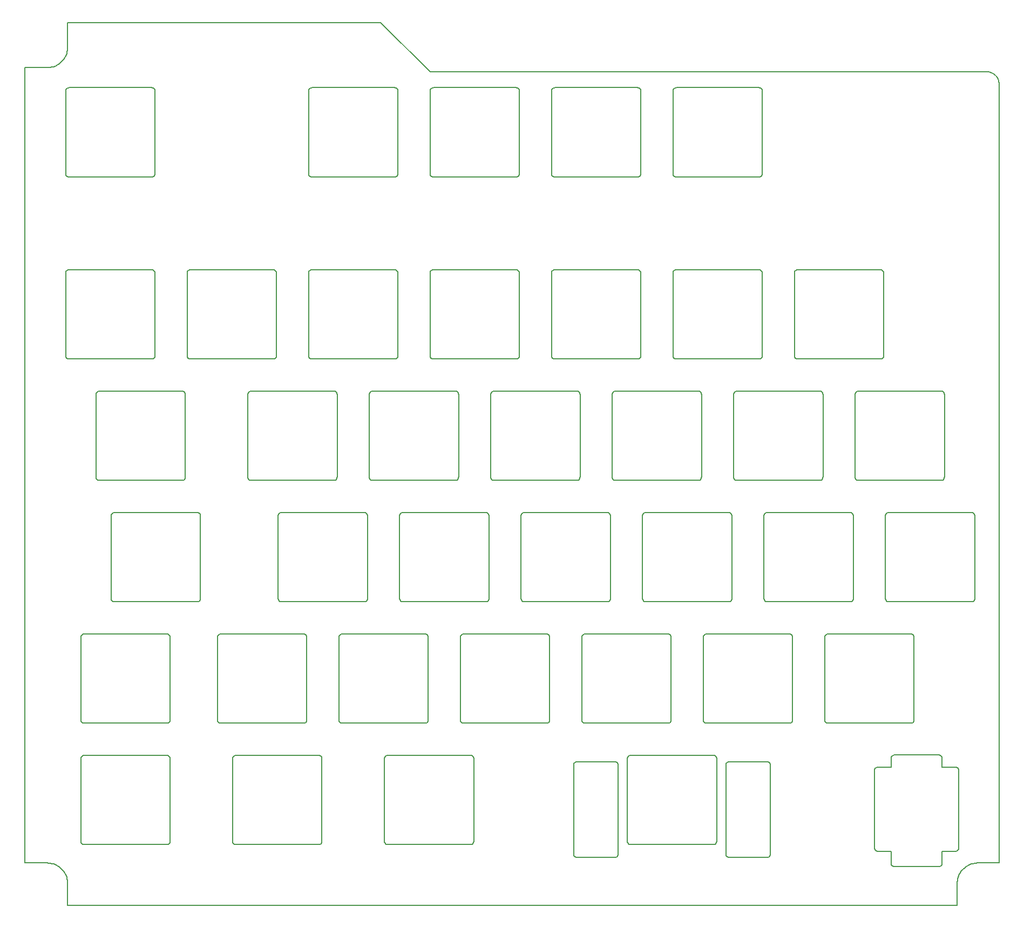
<source format=gm1>
G04 #@! TF.GenerationSoftware,KiCad,Pcbnew,7.0.5*
G04 #@! TF.CreationDate,2024-07-22T23:02:14+03:00*
G04 #@! TF.ProjectId,TuuVeiTwoPlateLeft,54757556-6569-4547-976f-506c6174654c,rev?*
G04 #@! TF.SameCoordinates,Original*
G04 #@! TF.FileFunction,Profile,NP*
%FSLAX46Y46*%
G04 Gerber Fmt 4.6, Leading zero omitted, Abs format (unit mm)*
G04 Created by KiCad (PCBNEW 7.0.5) date 2024-07-22 23:02:14*
%MOMM*%
%LPD*%
G01*
G04 APERTURE LIST*
G04 #@! TA.AperFunction,Profile*
%ADD10C,0.150000*%
G04 #@! TD*
G04 APERTURE END LIST*
D10*
X126999514Y-29126272D02*
X119217104Y-21439543D01*
X157974585Y-150059194D02*
X157996016Y-150120901D01*
X86084807Y-117522711D02*
X86127070Y-117570730D01*
X70282156Y-74221704D02*
X70217085Y-74208410D01*
X160441679Y-112131811D02*
X160405760Y-112078634D01*
X135989867Y-112258009D02*
X135932127Y-112286978D01*
X192955344Y-98330824D02*
X193020415Y-98344122D01*
X165294463Y-60330457D02*
X165347639Y-60294538D01*
X188607146Y-79643354D02*
X188620444Y-79708425D01*
X180377348Y-137793356D02*
X180390646Y-137858427D01*
X145395422Y-131358412D02*
X145330351Y-131371710D01*
X126644240Y-117623907D02*
X126673212Y-117681646D01*
X117975005Y-93276274D02*
X117907156Y-93271711D01*
X140853560Y-31797720D02*
X140895827Y-31845739D01*
X69918265Y-45403631D02*
X69889296Y-45345892D01*
X146050001Y-32151274D02*
X146054556Y-32083425D01*
X165405379Y-60265566D02*
X165347639Y-60294538D01*
X127000002Y-60726270D02*
X127004568Y-60658426D01*
X77188216Y-98430448D02*
X77241392Y-98394529D01*
X70350005Y-31651274D02*
X83350005Y-31651274D01*
X85731253Y-131376272D02*
X75578085Y-131376272D01*
X183794249Y-131128629D02*
X183758330Y-131181806D01*
X160376791Y-112020895D02*
X160405760Y-112078634D01*
X135870421Y-112308409D02*
X135932127Y-112286978D01*
X193082121Y-98365553D02*
X193020415Y-98344122D01*
X165467085Y-60244131D02*
X165405379Y-60265566D01*
X188625006Y-79776274D02*
X188620444Y-79708425D01*
X180395209Y-137926275D02*
X180390646Y-137858427D01*
X107357127Y-131336981D02*
X107295424Y-131358412D01*
X72731253Y-131376272D02*
X75578085Y-131376272D01*
X70155379Y-74186979D02*
X70217085Y-74208410D01*
X140931746Y-31898916D02*
X140895827Y-31845739D01*
X69867865Y-45284193D02*
X69889296Y-45345892D01*
X146067854Y-32018354D02*
X146054556Y-32083425D01*
X165532156Y-60230837D02*
X165467085Y-60244131D01*
X127017863Y-60593351D02*
X127004568Y-60658426D01*
X77299132Y-98365560D02*
X77241392Y-98394529D01*
X145262503Y-131376272D02*
X145330351Y-131371710D01*
X86162985Y-117623907D02*
X86127070Y-117570730D01*
X117856333Y-93261328D02*
X117907156Y-93271711D01*
X160355360Y-111959188D02*
X160376791Y-112020895D01*
X135805350Y-112321707D02*
X135870421Y-112308409D01*
X193139860Y-98394522D02*
X193082121Y-98365553D01*
X165600005Y-60226270D02*
X165532156Y-60230837D01*
X174625006Y-79776274D02*
X174629561Y-79708425D01*
X173395209Y-137926275D02*
X173399763Y-137858434D01*
X107230353Y-131371710D02*
X107295424Y-131358412D01*
X126694643Y-117743353D02*
X126673212Y-117681646D01*
X117842085Y-93258413D02*
X117856333Y-93261328D01*
X140960715Y-31956648D02*
X140931746Y-31898916D01*
X69854567Y-45219118D02*
X69867865Y-45284193D01*
X146089285Y-31956648D02*
X146067854Y-32018354D01*
X160050001Y-73726270D02*
X160045447Y-73794119D01*
X127039294Y-60531652D02*
X127017863Y-60593351D01*
X77360831Y-98344129D02*
X77299132Y-98365560D01*
X132262503Y-131376272D02*
X132233595Y-131374334D01*
X132220732Y-131373472D02*
X132233595Y-131374334D01*
X160050001Y-32151274D02*
X160050001Y-37690725D01*
X160050001Y-40154672D02*
X160050001Y-37690725D01*
X183716063Y-131229826D02*
X183758330Y-131181806D01*
X132209517Y-131372717D02*
X132220732Y-131373472D01*
X160050001Y-42304441D02*
X160050001Y-40154672D01*
X173413061Y-137793363D02*
X173399763Y-137858434D01*
X160342062Y-111894117D02*
X160355360Y-111959188D01*
X135737501Y-112326269D02*
X135805350Y-112321707D01*
X70097647Y-74158006D02*
X70155379Y-74186979D01*
X160032149Y-73859190D02*
X160045447Y-73794119D01*
X174642859Y-79643354D02*
X174629561Y-79708425D01*
X77425906Y-98330831D02*
X77360831Y-98344129D01*
X132194662Y-131371717D02*
X132209517Y-131372717D01*
X160050001Y-45151274D02*
X160050001Y-42304441D01*
X117780382Y-93236982D02*
X117842085Y-93258413D01*
X140982146Y-32018354D02*
X140960715Y-31956648D01*
X69850005Y-45151274D02*
X69854567Y-45219118D01*
X173434492Y-137731657D02*
X173413061Y-137793363D01*
X207675009Y-92776274D02*
X207670462Y-92844122D01*
X127068266Y-60473913D02*
X127039294Y-60531652D01*
X183668043Y-131272093D02*
X183716063Y-131229826D01*
X174625006Y-86868925D02*
X174625006Y-79776274D01*
X174625006Y-90023733D02*
X174625006Y-86868925D01*
X86191962Y-117681646D02*
X86162985Y-117623907D01*
X77493754Y-98326269D02*
X77425906Y-98330831D01*
X174625006Y-92776274D02*
X174625006Y-90023733D01*
X122737501Y-112326269D02*
X122669653Y-112321714D01*
X70044470Y-74122091D02*
X70097647Y-74158006D01*
X160337500Y-111826269D02*
X160342062Y-111894117D01*
X174664290Y-79581651D02*
X174642859Y-79643354D01*
X173463461Y-137673918D02*
X173461569Y-137677679D01*
X173457327Y-137686140D02*
X173461569Y-137677679D01*
X160010718Y-73920893D02*
X160032149Y-73859190D01*
X126707938Y-117808424D02*
X126694643Y-117743353D01*
X173434492Y-137731657D02*
X173457327Y-137686140D01*
X107162505Y-131376272D02*
X107230353Y-131371710D01*
X83417849Y-31655836D02*
X83350005Y-31651274D01*
X117722647Y-93208013D02*
X117780382Y-93236982D01*
X140995444Y-32083425D02*
X140982146Y-32018354D01*
X127104182Y-60420736D02*
X127068266Y-60473913D01*
X173499380Y-137620741D02*
X173463461Y-137673918D01*
X207657172Y-92909193D02*
X207670462Y-92844122D01*
X86213393Y-117743353D02*
X86191962Y-117681646D01*
X183614867Y-131308012D02*
X183668043Y-131272093D01*
X132129591Y-131358419D02*
X132194662Y-131371717D01*
X122604582Y-112308416D02*
X122669653Y-112321714D01*
X173541647Y-137572721D02*
X173499380Y-137620741D01*
X173837500Y-98326269D02*
X173905341Y-98330824D01*
X174693259Y-79523916D02*
X174664290Y-79581651D01*
X69996451Y-74079824D02*
X70044470Y-74122091D01*
X159981749Y-73978628D02*
X160010718Y-73920893D01*
X126712504Y-117876272D02*
X126707938Y-117808424D01*
X173589667Y-137530454D02*
X173541647Y-137572721D01*
X69850005Y-32151274D02*
X69850005Y-45151274D01*
X83482924Y-31669134D02*
X83417849Y-31655836D01*
X117669470Y-93172094D02*
X117722647Y-93208013D01*
X141000006Y-32151274D02*
X140995444Y-32083425D01*
X127146448Y-60372721D02*
X127104182Y-60420736D01*
X173642844Y-137494535D02*
X173589667Y-137530454D01*
X207635733Y-92970896D02*
X207657172Y-92909193D01*
X86226691Y-117808424D02*
X86213393Y-117743353D01*
X183557127Y-131336981D02*
X183614867Y-131308012D01*
X94162505Y-131376272D02*
X94094656Y-131371717D01*
X122542879Y-112286985D02*
X122604582Y-112308416D01*
X173700583Y-137465566D02*
X173642844Y-137494535D01*
X173970412Y-98344122D02*
X173905341Y-98330824D01*
X174729178Y-79470739D02*
X174693259Y-79523916D01*
X69954184Y-74031805D02*
X69996451Y-74079824D01*
X159945830Y-74031805D02*
X159981749Y-73978628D01*
X86231253Y-117876272D02*
X86226691Y-117808424D01*
X173762289Y-137444135D02*
X173700583Y-137465566D01*
X132067885Y-131336988D02*
X132129591Y-131358419D01*
X83544623Y-31690565D02*
X83482924Y-31669134D01*
X117621451Y-93129827D02*
X117669470Y-93172094D01*
X127000002Y-32151274D02*
X127004568Y-32083425D01*
X127194468Y-60330457D02*
X127146448Y-60372721D01*
X173827360Y-137430837D02*
X173762289Y-137444135D01*
X207606757Y-93028631D02*
X207635733Y-92970896D01*
X72231253Y-117876272D02*
X72235815Y-117808431D01*
X183495421Y-131358412D02*
X183557127Y-131336981D01*
X94029585Y-131358419D02*
X94094656Y-131371717D01*
X122485144Y-112258016D02*
X122542879Y-112286985D01*
X173895209Y-137426275D02*
X173827360Y-137430837D01*
X174032118Y-98365553D02*
X173970412Y-98344122D01*
X174771445Y-79422720D02*
X174729178Y-79470739D01*
X69918265Y-73978628D02*
X69954184Y-74031805D01*
X159903563Y-74079824D02*
X159945830Y-74031805D01*
X72249113Y-117743360D02*
X72235815Y-117808431D01*
X156518721Y-151926275D02*
X156514166Y-151994116D01*
X132010146Y-131308019D02*
X132067885Y-131336988D01*
X83602362Y-31719534D02*
X83544623Y-31690565D01*
X117579184Y-93081808D02*
X117621451Y-93129827D01*
X127017863Y-32018354D02*
X127004568Y-32083425D01*
X127247645Y-60294538D02*
X127194468Y-60330457D01*
X156500868Y-152059187D02*
X156514166Y-151994116D01*
X207570837Y-93081808D02*
X207606757Y-93028631D01*
X150525000Y-79776274D02*
X150525000Y-90023733D01*
X183430350Y-131371710D02*
X183495421Y-131358412D01*
X93967879Y-131336988D02*
X94029585Y-131358419D01*
X150525000Y-92776274D02*
X150525000Y-90023733D01*
X156479437Y-152120893D02*
X156500868Y-152059187D01*
X174089857Y-98394522D02*
X174032118Y-98365553D01*
X122431967Y-112222097D02*
X122485144Y-112258016D01*
X69889296Y-73920893D02*
X69918265Y-73978628D01*
X159855543Y-74122091D02*
X159903563Y-74079824D01*
X174819464Y-79380453D02*
X174771445Y-79422720D01*
X156450468Y-152178633D02*
X156479437Y-152120893D01*
X131956969Y-131272100D02*
X132010146Y-131308019D01*
X72270544Y-117681654D02*
X72249113Y-117743360D01*
X117543269Y-93028631D02*
X117579184Y-93081808D01*
X127039294Y-31956648D02*
X127017863Y-32018354D01*
X83655539Y-31755453D02*
X83602362Y-31719534D01*
X156414549Y-152231809D02*
X156450468Y-152178633D01*
X207528571Y-93129827D02*
X207570837Y-93081808D01*
X127305380Y-60265566D02*
X127247645Y-60294538D01*
X183362501Y-131376272D02*
X183430350Y-131371710D01*
X93910143Y-131308019D02*
X93967879Y-131336988D01*
X188125006Y-93276274D02*
X179127219Y-93276274D01*
X175125006Y-93276274D02*
X179127219Y-93276274D01*
X156372282Y-152279829D02*
X156414549Y-152231809D01*
X174143034Y-98430441D02*
X174089857Y-98394522D01*
X122383948Y-112179830D02*
X122431967Y-112222097D01*
X69867865Y-73859190D02*
X69889296Y-73920893D01*
X159802367Y-74158006D02*
X159855543Y-74122091D01*
X174872641Y-79344538D02*
X174819464Y-79380453D01*
X156324263Y-152322096D02*
X156372282Y-152279829D01*
X131908949Y-131229833D02*
X131956969Y-131272100D01*
X72299521Y-117623915D02*
X72270544Y-117681654D01*
X117514296Y-92970896D02*
X117543269Y-93028631D01*
X127068266Y-31898916D02*
X127039294Y-31956648D01*
X83703554Y-31797720D02*
X83655539Y-31755453D01*
X156271086Y-152358015D02*
X156324263Y-152322096D01*
X207480551Y-93172094D02*
X207528571Y-93129827D01*
X127367083Y-60244131D02*
X127305380Y-60265566D01*
X170362501Y-131376272D02*
X170309027Y-131372679D01*
X96043753Y-136926275D02*
X96043753Y-149926275D01*
X131475005Y-92776274D02*
X131475005Y-79776274D01*
X170294661Y-131371717D02*
X170309027Y-131372679D01*
X174191054Y-98472708D02*
X174143034Y-98430441D01*
X122341681Y-112131811D02*
X122383948Y-112179830D01*
X156213347Y-152386984D02*
X156271086Y-152358015D01*
X159744627Y-74186979D02*
X159802367Y-74158006D01*
X174930380Y-79315565D02*
X174872641Y-79344538D01*
X69854567Y-73794119D02*
X69867865Y-73859190D01*
X93856970Y-131272100D02*
X93910143Y-131308019D01*
X72335432Y-117570738D02*
X72299521Y-117623915D01*
X156151640Y-152408415D02*
X156213347Y-152386984D01*
X127104182Y-31845739D02*
X127068266Y-31898916D01*
X83745818Y-31845739D02*
X83703554Y-31797720D01*
X117492865Y-92909193D02*
X117514296Y-92970896D01*
X207427374Y-93208013D02*
X207480551Y-93172094D01*
X127432154Y-60230837D02*
X127367083Y-60244131D01*
X156086569Y-152421713D02*
X156151640Y-152408415D01*
X131866682Y-131181814D02*
X131908949Y-131229833D01*
X98925001Y-93276274D02*
X111925001Y-93276274D01*
X170229590Y-131358419D02*
X170294661Y-131371717D01*
X174233321Y-98520727D02*
X174191054Y-98472708D01*
X122305765Y-112078634D02*
X122341681Y-112131811D01*
X156018721Y-152426275D02*
X156086569Y-152421713D01*
X159682921Y-74208410D02*
X159744627Y-74186979D01*
X174992087Y-79294134D02*
X174930380Y-79315565D01*
X69850005Y-73726270D02*
X69854567Y-73794119D01*
X93808951Y-131229833D02*
X93856970Y-131272100D01*
X72377699Y-117522718D02*
X72335432Y-117570738D01*
X150018721Y-152426275D02*
X149950880Y-152421720D01*
X127146448Y-31797720D02*
X127104182Y-31845739D01*
X83781737Y-31898916D02*
X83745818Y-31845739D01*
X117479571Y-92844122D02*
X117492865Y-92909193D01*
X207369635Y-93236982D02*
X207427374Y-93208013D01*
X127500002Y-60226270D02*
X127432154Y-60230837D01*
X149885809Y-152408422D02*
X149950880Y-152421720D01*
X131830763Y-131128637D02*
X131866682Y-131181814D01*
X72425719Y-117480451D02*
X72377699Y-117522718D01*
X170167883Y-131336988D02*
X170229590Y-131358419D01*
X174269240Y-98573904D02*
X174233321Y-98520727D01*
X122276793Y-112020895D02*
X122305765Y-112078634D01*
X149824103Y-152386991D02*
X149885809Y-152408422D01*
X159617850Y-74221704D02*
X159682921Y-74208410D01*
X175057158Y-79280840D02*
X174992087Y-79294134D01*
X83350005Y-60226270D02*
X83417849Y-60230837D01*
X133856253Y-136926275D02*
X133856253Y-149926275D01*
X160837500Y-112326269D02*
X173837500Y-112326269D01*
X149766363Y-152358022D02*
X149824103Y-152386991D01*
X127194468Y-31755453D02*
X127146448Y-31797720D01*
X83810709Y-31956648D02*
X83781737Y-31898916D01*
X117475005Y-92776274D02*
X117479571Y-92844122D01*
X207307928Y-93258413D02*
X207369635Y-93236982D01*
X121950003Y-73726270D02*
X121945437Y-73794119D01*
X149713187Y-152322103D02*
X149766363Y-152358022D01*
X93766684Y-131181814D02*
X93808951Y-131229833D01*
X72478896Y-117444532D02*
X72425719Y-117480451D01*
X170110144Y-131308019D02*
X170167883Y-131336988D01*
X174298209Y-98631643D02*
X174269240Y-98573904D01*
X122255362Y-111959188D02*
X122276793Y-112020895D01*
X149665167Y-152279836D02*
X149713187Y-152322103D01*
X159550001Y-74226270D02*
X159617850Y-74221704D01*
X175125006Y-79276274D02*
X175057158Y-79280840D01*
X83482924Y-60244131D02*
X83417849Y-60230837D01*
X131801794Y-131070898D02*
X131830763Y-131128637D01*
X156075003Y-79276274D02*
X169075003Y-79276274D01*
X149622900Y-152231817D02*
X149665167Y-152279836D01*
X127247645Y-31719534D02*
X127194468Y-31755453D01*
X83832144Y-32018354D02*
X83810709Y-31956648D01*
X130975005Y-79276274D02*
X131042853Y-79280840D01*
X207242850Y-93271711D02*
X207307928Y-93258413D01*
X121932143Y-73859190D02*
X121945437Y-73794119D01*
X149586981Y-152178640D02*
X149622900Y-152231817D01*
X93730769Y-131128637D02*
X93766684Y-131181814D01*
X146550001Y-45651274D02*
X159550001Y-45651274D01*
X170056967Y-131272100D02*
X170110144Y-131308019D01*
X174319640Y-98693350D02*
X174298209Y-98631643D01*
X122242068Y-111894117D02*
X122255362Y-111959188D01*
X149558012Y-152120901D02*
X149586981Y-152178640D01*
X146550001Y-74226270D02*
X146482161Y-74221704D01*
X169575003Y-92776274D02*
X169570448Y-92844122D01*
X83544623Y-60265566D02*
X83482924Y-60244131D01*
X131780363Y-131009191D02*
X131801794Y-131070898D01*
X72536627Y-117415563D02*
X72478896Y-117444532D01*
X149536581Y-152059194D02*
X149558012Y-152120901D01*
X127305380Y-31690565D02*
X127247645Y-31719534D01*
X83845438Y-32083425D02*
X83832144Y-32018354D01*
X131107924Y-79294134D02*
X131042853Y-79280840D01*
X207175009Y-93276274D02*
X207242850Y-93271711D01*
X121910712Y-73920893D02*
X121932143Y-73859190D01*
X149523283Y-151994123D02*
X149536581Y-152059194D01*
X93701796Y-131070898D02*
X93730769Y-131128637D01*
X88112501Y-93276274D02*
X80109103Y-93276274D01*
X170008948Y-131229833D02*
X170056967Y-131272100D01*
X174332938Y-98758421D02*
X174319640Y-98693350D01*
X77959334Y-93276274D02*
X80109103Y-93276274D01*
X149518721Y-151926275D02*
X149523283Y-151994123D01*
X146417090Y-74208410D02*
X146482161Y-74221704D01*
X122237501Y-111826269D02*
X122242068Y-111894117D01*
X83602362Y-60294538D02*
X83544623Y-60265566D01*
X131767065Y-130944120D02*
X131780363Y-131009191D01*
X169557150Y-92909193D02*
X169570448Y-92844122D01*
X156086562Y-137430830D02*
X156071707Y-137429830D01*
X127367083Y-31669134D02*
X127305380Y-31690565D01*
X75112501Y-93276274D02*
X77959334Y-93276274D01*
X131169627Y-79315565D02*
X131107924Y-79294134D01*
X194175001Y-93276274D02*
X194107161Y-93271711D01*
X83850005Y-32151274D02*
X83845438Y-32083425D01*
X156018721Y-137426275D02*
X156071707Y-137429830D01*
X93680365Y-131009191D02*
X93701796Y-131070898D01*
X121881739Y-73978628D02*
X121910712Y-73920893D01*
X169966681Y-131181814D02*
X170008948Y-131229833D01*
X174337500Y-98826269D02*
X174332938Y-98758421D01*
X72598334Y-117394132D02*
X72536627Y-117415563D01*
X156151633Y-137444128D02*
X156086562Y-137430830D01*
X146355383Y-74186979D02*
X146417090Y-74208410D01*
X135737501Y-98326269D02*
X135805342Y-98330824D01*
X83655539Y-60330457D02*
X83602362Y-60294538D01*
X131762503Y-130876272D02*
X131767065Y-130944120D01*
X169535719Y-92970896D02*
X169557150Y-92909193D01*
X156213339Y-137465559D02*
X156151633Y-137444128D01*
X127432154Y-31655836D02*
X127367083Y-31669134D01*
X85731253Y-117376272D02*
X77727854Y-117376272D01*
X131227362Y-79344538D02*
X131169627Y-79315565D01*
X194042090Y-93258413D02*
X194107161Y-93271711D01*
X75578085Y-117376272D02*
X77727854Y-117376272D01*
X156271078Y-137494528D02*
X156213339Y-137465559D01*
X198437506Y-98826269D02*
X198437506Y-111826269D01*
X69854567Y-32083425D02*
X69850005Y-32151274D01*
X169930762Y-131128637D02*
X169966681Y-131181814D01*
X160337500Y-98826269D02*
X160342055Y-98758428D01*
X121845824Y-74031805D02*
X121881739Y-73978628D01*
X156324255Y-137530447D02*
X156271078Y-137494528D01*
X146297644Y-74158006D02*
X146355383Y-74186979D01*
X72731253Y-117376272D02*
X75578085Y-117376272D01*
X83703554Y-60372721D02*
X83655539Y-60330457D01*
X93667067Y-130944120D02*
X93680365Y-131009191D01*
X135870413Y-98344122D02*
X135805342Y-98330824D01*
X156372275Y-137572714D02*
X156324255Y-137530447D01*
X127500002Y-31651274D02*
X127432154Y-31655836D01*
X169506750Y-93028631D02*
X169535719Y-92970896D01*
X131280539Y-79380453D02*
X131227362Y-79344538D01*
X193980383Y-93236982D02*
X194042090Y-93258413D01*
X72663405Y-117380834D02*
X72598334Y-117394132D01*
X156414542Y-137620733D02*
X156372275Y-137572714D01*
X145262503Y-117376272D02*
X145330344Y-117380827D01*
X69867865Y-32018354D02*
X69854567Y-32083425D01*
X169901793Y-131070898D02*
X169930762Y-131128637D01*
X160355353Y-98693357D02*
X160342055Y-98758428D01*
X121803557Y-74079824D02*
X121845824Y-74031805D01*
X156450461Y-137673910D02*
X156414542Y-137620733D01*
X146244467Y-74122091D02*
X146297644Y-74158006D01*
X90493754Y-98326269D02*
X80246294Y-98326269D01*
X83745818Y-60420736D02*
X83703554Y-60372721D01*
X183362501Y-131376272D02*
X170362501Y-131376272D01*
X80246294Y-98326269D02*
X77493754Y-98326269D01*
X156479430Y-137731649D02*
X156450461Y-137673910D01*
X121950003Y-45151274D02*
X121945437Y-45219118D01*
X135932120Y-98365553D02*
X135870413Y-98344122D01*
X131328558Y-79422720D02*
X131280539Y-79380453D01*
X193922644Y-93208013D02*
X193980383Y-93236982D01*
X169470831Y-93081808D02*
X169506750Y-93028631D01*
X156500861Y-137793356D02*
X156479430Y-137731649D01*
X93662505Y-130876272D02*
X93667067Y-130944120D01*
X72663405Y-117380834D02*
X72731253Y-117376272D01*
X169880362Y-131009191D02*
X169901793Y-131070898D01*
X160376784Y-98631651D02*
X160355353Y-98693357D01*
X69889296Y-31956648D02*
X69867865Y-32018354D01*
X156514159Y-137858427D02*
X156500861Y-137793356D01*
X146196448Y-74079824D02*
X146244467Y-74122091D01*
X121755537Y-74122091D02*
X121803557Y-74079824D01*
X83781737Y-60473913D02*
X83745818Y-60420736D01*
X145395415Y-117394125D02*
X145330344Y-117380827D01*
X93662505Y-117876272D02*
X93662505Y-130876272D01*
X156518721Y-137926275D02*
X156514159Y-137858427D01*
X121932143Y-45284193D02*
X121945437Y-45219118D01*
X135989859Y-98394522D02*
X135932120Y-98365553D01*
X131370825Y-79470739D02*
X131328558Y-79422720D01*
X193869467Y-93172094D02*
X193922644Y-93208013D01*
X169428564Y-93129827D02*
X169470831Y-93081808D01*
X149518721Y-137926275D02*
X149523276Y-137858434D01*
X98425001Y-79776274D02*
X98425001Y-92776274D01*
X184650000Y-74226270D02*
X197650000Y-74226270D01*
X169867064Y-130944120D02*
X169880362Y-131009191D01*
X160405753Y-98573911D02*
X160376784Y-98631651D01*
X69918265Y-31898916D02*
X69889296Y-31956648D01*
X149536574Y-137793363D02*
X149523276Y-137858434D01*
X146154181Y-74031805D02*
X146196448Y-74079824D01*
X121702360Y-74158006D02*
X121755537Y-74122091D01*
X83810709Y-60531652D02*
X83781737Y-60473913D01*
X107162505Y-117376272D02*
X107230353Y-117380827D01*
X88900004Y-60726270D02*
X88900004Y-73726270D01*
X149558005Y-137731657D02*
X149536574Y-137793363D01*
X121910712Y-45345892D02*
X121932143Y-45284193D01*
X136043036Y-98430441D02*
X135989859Y-98394522D01*
X131406744Y-79523916D02*
X131370825Y-79470739D01*
X193821448Y-93129827D02*
X193869467Y-93172094D01*
X169380545Y-93172094D02*
X169428564Y-93129827D01*
X149586974Y-137673918D02*
X149558005Y-137731657D01*
X145457121Y-117415556D02*
X145395415Y-117394125D01*
X73196829Y-60226270D02*
X83350005Y-60226270D01*
X169862501Y-130876272D02*
X169867064Y-130944120D01*
X160441672Y-98520735D02*
X160405753Y-98573911D01*
X69954184Y-31845739D02*
X69918265Y-31898916D01*
X149622893Y-137620741D02*
X149586974Y-137673918D01*
X146118262Y-73978628D02*
X146154181Y-74031805D01*
X121644625Y-74186979D02*
X121702360Y-74158006D01*
X83832144Y-60593351D02*
X83810709Y-60531652D01*
X107295424Y-117394125D02*
X107230353Y-117380827D01*
X70350005Y-60226270D02*
X73196829Y-60226270D01*
X149665160Y-137572721D02*
X149622893Y-137620741D01*
X121881739Y-45403631D02*
X121910712Y-45345892D01*
X136091055Y-98472708D02*
X136043036Y-98430441D01*
X131435713Y-79581651D02*
X131406744Y-79523916D01*
X193779181Y-93081808D02*
X193821448Y-93129827D01*
X169327368Y-93208013D02*
X169380545Y-93172094D01*
X149713179Y-137530454D02*
X149665160Y-137572721D01*
X145514860Y-117444525D02*
X145457121Y-117415556D01*
X164812506Y-117876272D02*
X164812506Y-130876272D01*
X183362501Y-117376272D02*
X183430342Y-117380827D01*
X160483939Y-98472715D02*
X160441672Y-98520735D01*
X69996451Y-31797720D02*
X69954184Y-31845739D01*
X149766356Y-137494535D02*
X149713179Y-137530454D01*
X146089293Y-73920893D02*
X146118262Y-73978628D01*
X121582922Y-74208410D02*
X121644625Y-74186979D01*
X83845438Y-60658426D02*
X83832144Y-60593351D01*
X107357127Y-117415556D02*
X107295424Y-117394125D01*
X188912505Y-117876272D02*
X188912505Y-130876272D01*
X149824095Y-137465566D02*
X149766356Y-137494535D01*
X121845824Y-45456808D02*
X121881739Y-45403631D01*
X136133322Y-98520727D02*
X136091055Y-98472708D01*
X131457144Y-79643354D02*
X131435713Y-79581651D01*
X193743262Y-93028631D02*
X193779181Y-93081808D01*
X169269629Y-93236982D02*
X169327368Y-93208013D01*
X149885802Y-137444135D02*
X149824095Y-137465566D01*
X145568037Y-117480444D02*
X145514860Y-117444525D01*
X120356253Y-150426275D02*
X133356253Y-150426275D01*
X183495413Y-117394125D02*
X183430342Y-117380827D01*
X160531958Y-98430448D02*
X160483939Y-98472715D01*
X70044470Y-31755453D02*
X69996451Y-31797720D01*
X149950873Y-137430837D02*
X149885802Y-137444135D01*
X146067862Y-73859190D02*
X146089293Y-73920893D01*
X121517851Y-74221704D02*
X121582922Y-74208410D01*
X83850005Y-60726270D02*
X83845438Y-60658426D01*
X174337500Y-111826269D02*
X174337500Y-98826269D01*
X83350005Y-45651274D02*
X73196829Y-45651274D01*
X150018721Y-137426275D02*
X149950873Y-137430837D01*
X121803557Y-45504823D02*
X121845824Y-45456808D01*
X136169241Y-98573904D02*
X136133322Y-98520727D01*
X131470442Y-79708425D02*
X131457144Y-79643354D01*
X193714293Y-92970896D02*
X193743262Y-93028631D01*
X169207922Y-93258413D02*
X169269629Y-93236982D01*
X171956724Y-149926275D02*
X171952170Y-149994116D01*
X107414862Y-117444525D02*
X107357127Y-117415556D01*
X70350005Y-45651274D02*
X73196829Y-45651274D01*
X183557120Y-117415556D02*
X183495413Y-117394125D01*
X160585135Y-98394529D02*
X160531958Y-98430448D01*
X70097647Y-31719534D02*
X70044470Y-31755453D01*
X171938872Y-150059187D02*
X171952170Y-149994116D01*
X146054564Y-73794119D02*
X146067862Y-73859190D01*
X121450003Y-74226270D02*
X121517851Y-74221704D01*
X69850005Y-60726270D02*
X69854567Y-60658426D01*
X145616057Y-117522711D02*
X145568037Y-117480444D01*
X145762503Y-117876272D02*
X145762503Y-126874059D01*
X145762503Y-130876272D02*
X145762503Y-126874059D01*
X171917441Y-150120893D02*
X171938872Y-150059187D01*
X121755537Y-45547087D02*
X121803557Y-45504823D01*
X136198210Y-98631643D02*
X136169241Y-98573904D01*
X131470442Y-79708425D02*
X131475005Y-79776274D01*
X193692862Y-92909193D02*
X193714293Y-92970896D01*
X169142851Y-93271711D02*
X169207922Y-93258413D01*
X171888472Y-150178633D02*
X171917441Y-150120893D01*
X102900004Y-60726270D02*
X102900004Y-70879442D01*
X155575003Y-79776274D02*
X155575003Y-90023733D01*
X183614859Y-117444525D02*
X183557120Y-117415556D01*
X160642874Y-98365560D02*
X160585135Y-98394529D01*
X155575003Y-92776274D02*
X155575003Y-90023733D01*
X171852553Y-150231809D02*
X171888472Y-150178633D01*
X70155379Y-31690565D02*
X70097647Y-31719534D01*
X69867865Y-60593351D02*
X69854567Y-60658426D01*
X108450003Y-74226270D02*
X108382155Y-74221704D01*
X117169642Y-111959181D02*
X117148211Y-112020887D01*
X171810286Y-150279829D02*
X171852553Y-150231809D01*
X155287505Y-98826269D02*
X155287505Y-109073728D01*
X169207915Y-79294134D02*
X169269621Y-79315565D01*
X117475005Y-79776274D02*
X117479571Y-79708425D01*
X155287505Y-111826269D02*
X155287505Y-109073728D01*
X127000002Y-42304441D02*
X127000002Y-44548502D01*
X171762266Y-150322096D02*
X171810286Y-150279829D01*
X136219641Y-98693350D02*
X136198210Y-98631643D01*
X127000002Y-45151274D02*
X127000002Y-44548502D01*
X183668036Y-117480444D02*
X183614859Y-117444525D01*
X169075003Y-93276274D02*
X169142851Y-93271711D01*
X88544237Y-93028631D02*
X88508322Y-93081808D01*
X171709090Y-150358015D02*
X171762266Y-150322096D01*
X77493754Y-112326269D02*
X90493754Y-112326269D01*
X121702360Y-60294538D02*
X121755537Y-60330457D01*
X69889296Y-60531652D02*
X69867865Y-60593351D01*
X70217085Y-31669134D02*
X70155379Y-31690565D01*
X116687502Y-112326269D02*
X112867251Y-112326269D01*
X171651350Y-150386984D02*
X171709090Y-150358015D01*
X108317084Y-74208410D02*
X108382155Y-74221704D01*
X103687502Y-112326269D02*
X112867251Y-112326269D01*
X117492865Y-79643354D02*
X117479571Y-79708425D01*
X146550001Y-60226270D02*
X159550001Y-60226270D01*
X117119238Y-112078626D02*
X117148211Y-112020887D01*
X171589644Y-150408415D02*
X171651350Y-150386984D01*
X136232939Y-98758421D02*
X136219641Y-98693350D01*
X169327360Y-79344538D02*
X169269621Y-79315565D01*
X183716055Y-117522711D02*
X183668036Y-117480444D01*
X156075003Y-93276274D02*
X156007162Y-93271711D01*
X141000006Y-42304441D02*
X141000006Y-32151274D01*
X171524573Y-150421713D02*
X171589644Y-150408415D01*
X120356253Y-136426275D02*
X133356253Y-136426275D01*
X88466055Y-93129827D02*
X88508322Y-93081808D01*
X69918265Y-60473913D02*
X69889296Y-60531652D01*
X70282156Y-31655836D02*
X70217085Y-31669134D01*
X121803557Y-60372721D02*
X121755537Y-60330457D01*
X171456724Y-150426275D02*
X171524573Y-150421713D01*
X108255381Y-74186979D02*
X108317084Y-74208410D01*
X141000006Y-45151274D02*
X141000006Y-42304441D01*
X117514296Y-79581651D02*
X117492865Y-79643354D01*
X131762503Y-117876272D02*
X131762503Y-128123731D01*
X117083323Y-112131803D02*
X117119238Y-112078626D01*
X158456724Y-150426275D02*
X158388884Y-150421720D01*
X131762503Y-128123731D02*
X131762503Y-130876272D01*
X169380537Y-79380453D02*
X169327360Y-79344538D01*
X183758322Y-117570730D02*
X183716055Y-117522711D01*
X136237501Y-98826269D02*
X136232939Y-98758421D01*
X117187502Y-98826269D02*
X117187502Y-108979437D01*
X158323813Y-150408422D02*
X158388884Y-150421720D01*
X155942091Y-93258413D02*
X156007162Y-93271711D01*
X88418036Y-93172094D02*
X88466055Y-93129827D01*
X69954184Y-60420736D02*
X69918265Y-60473913D01*
X126212504Y-117376272D02*
X113212504Y-117376272D01*
X121845824Y-60420736D02*
X121803557Y-60372721D01*
X158262106Y-150386991D02*
X158323813Y-150408422D01*
X70282156Y-31655836D02*
X70350005Y-31651274D01*
X117187502Y-111223501D02*
X117187502Y-108979437D01*
X117543269Y-79523916D02*
X117514296Y-79581651D01*
X108197646Y-74158006D02*
X108255381Y-74186979D01*
X117187502Y-111826269D02*
X117187502Y-111223501D01*
X158204367Y-150358022D02*
X158262106Y-150386991D01*
X136525000Y-79776274D02*
X136525000Y-92776274D01*
X117041056Y-112179823D02*
X117083323Y-112131803D01*
X183794241Y-117623907D02*
X183758322Y-117570730D01*
X122237501Y-98826269D02*
X122242068Y-98758428D01*
X169428557Y-79422720D02*
X169380537Y-79380453D01*
X158151190Y-150322103D02*
X158204367Y-150358022D01*
X155880385Y-93236982D02*
X155942091Y-93258413D01*
X207325003Y-138270544D02*
X209421561Y-138270544D01*
X69996451Y-60372721D02*
X69954184Y-60420736D01*
X169575003Y-79776274D02*
X169575003Y-86868925D01*
X169575003Y-90023733D02*
X169575003Y-86868925D01*
X88364863Y-93208013D02*
X88418036Y-93172094D01*
X158103171Y-150279836D02*
X158151190Y-150322103D01*
X169575003Y-90023733D02*
X169575003Y-92776274D01*
X121881739Y-60473913D02*
X121845824Y-60420736D01*
X117579184Y-79470739D02*
X117543269Y-79523916D01*
X122255362Y-98693357D02*
X122242068Y-98758428D01*
X179887503Y-112326269D02*
X192887503Y-112326269D01*
X158060904Y-150231817D02*
X158103171Y-150279836D01*
X108144469Y-74122091D02*
X108197646Y-74158006D01*
X116993037Y-112222090D02*
X117041056Y-112179823D01*
X183823210Y-117681646D02*
X183794241Y-117623907D01*
X188125006Y-79276274D02*
X175125006Y-79276274D01*
X169470824Y-79470739D02*
X169428557Y-79422720D01*
X158024985Y-150178640D02*
X158060904Y-150231817D01*
X122276793Y-98631651D02*
X122255362Y-98693357D01*
X150812506Y-117876272D02*
X150812506Y-126874059D01*
X150812506Y-130876272D02*
X150812506Y-126874059D01*
X70044470Y-60330457D02*
X69996451Y-60372721D01*
X155822646Y-93208013D02*
X155880385Y-93236982D01*
X88307127Y-93236982D02*
X88364863Y-93208013D01*
X158024985Y-150178640D02*
X157996016Y-150120901D01*
X109543753Y-136426275D02*
X99296294Y-136426275D01*
X121910712Y-60531652D02*
X121881739Y-60473913D01*
X117621451Y-79422720D02*
X117579184Y-79470739D01*
X97391157Y-136426275D02*
X99296294Y-136426275D01*
X96543753Y-136426275D02*
X97391157Y-136426275D01*
X192887503Y-98326269D02*
X179887503Y-98326269D01*
X183844641Y-117743353D02*
X183823210Y-117681646D01*
X122305765Y-98573911D02*
X122276793Y-98631651D01*
X116939860Y-112258009D02*
X116993037Y-112222090D01*
X157961287Y-149994123D02*
X157974585Y-150059194D01*
X108096449Y-74079824D02*
X108144469Y-74122091D01*
X169506743Y-79523916D02*
X169470824Y-79470739D01*
X70097647Y-60294538D02*
X70044470Y-60330457D01*
X171956724Y-136926275D02*
X171956724Y-149926275D01*
X157956724Y-136926275D02*
X157956724Y-145924063D01*
X157956724Y-149926275D02*
X157956724Y-145924063D01*
X157961287Y-149994123D02*
X157956724Y-149926275D01*
X122341681Y-98520735D02*
X122305765Y-98573911D01*
X88245421Y-93258413D02*
X88307127Y-93236982D01*
X117669470Y-79380453D02*
X117621451Y-79422720D01*
X155769469Y-93172094D02*
X155822646Y-93208013D01*
X121932143Y-60593351D02*
X121910712Y-60531652D01*
X171524565Y-136430830D02*
X171510199Y-136429868D01*
X141787505Y-112326269D02*
X154787505Y-112326269D01*
X179387503Y-111826269D02*
X179387503Y-98826269D01*
X171456724Y-136426275D02*
X171510199Y-136429868D01*
X98571452Y-79422720D02*
X98619467Y-79380453D01*
X116882124Y-112286978D02*
X116939860Y-112258009D01*
X183857939Y-117808424D02*
X183844641Y-117743353D01*
X108054182Y-74031805D02*
X108096449Y-74079824D01*
X169535712Y-79581651D02*
X169506743Y-79523916D01*
X171589636Y-136444128D02*
X171524565Y-136430830D01*
X107950003Y-32151274D02*
X107950003Y-45151274D01*
X209921561Y-138770544D02*
X209921561Y-150969892D01*
X70155379Y-60265566D02*
X70097647Y-60294538D01*
X122383948Y-98472715D02*
X122341681Y-98520735D01*
X209917013Y-151037733D02*
X209921561Y-150969892D01*
X171651343Y-136465559D02*
X171589636Y-136444128D01*
X155721449Y-93129827D02*
X155769469Y-93172094D01*
X121945437Y-60658426D02*
X121932143Y-60593351D01*
X117722647Y-79344538D02*
X117669470Y-79380453D01*
X69850005Y-60726270D02*
X69850005Y-73726270D01*
X99159102Y-131376272D02*
X107162505Y-131376272D01*
X171709082Y-136494528D02*
X171651343Y-136465559D01*
X98672644Y-79344538D02*
X98619467Y-79380453D01*
X97671164Y-131376272D02*
X99159102Y-131376272D01*
X97009333Y-131376272D02*
X97671164Y-131376272D01*
X183862501Y-117876272D02*
X183857939Y-117808424D01*
X108018267Y-73978628D02*
X108054182Y-74031805D01*
X88180350Y-93271711D02*
X88245421Y-93258413D01*
X171762259Y-136530447D02*
X171709082Y-136494528D01*
X103687502Y-98326269D02*
X116687502Y-98326269D01*
X169557143Y-79643354D02*
X169535712Y-79581651D01*
X70217085Y-60244131D02*
X70155379Y-60265566D01*
X122431967Y-98430448D02*
X122383948Y-98472715D01*
X97009333Y-131376272D02*
X94162505Y-131376272D01*
X171810278Y-136572714D02*
X171762259Y-136530447D01*
X155679182Y-93081808D02*
X155721449Y-93129827D01*
X116820422Y-112308409D02*
X116882124Y-112286978D01*
X117780382Y-79315565D02*
X117722647Y-79344538D01*
X196722281Y-138770544D02*
X196722281Y-150969892D01*
X121950003Y-60726270D02*
X121945437Y-60658426D01*
X171852545Y-136620733D02*
X171810278Y-136572714D01*
X98730383Y-79315565D02*
X98672644Y-79344538D01*
X121450003Y-74226270D02*
X108450003Y-74226270D01*
X169862501Y-117876272D02*
X169867056Y-117808431D01*
X107989294Y-73920893D02*
X108018267Y-73978628D01*
X209903723Y-151102804D02*
X209917013Y-151037733D01*
X171888464Y-136673910D02*
X171852545Y-136620733D01*
X180395209Y-151926275D02*
X180395209Y-137926275D01*
X169570441Y-79708425D02*
X169557143Y-79643354D01*
X70282156Y-60230837D02*
X70217085Y-60244131D01*
X122485144Y-98394529D02*
X122431967Y-98430448D01*
X86231253Y-130876272D02*
X86231253Y-117876272D01*
X171917433Y-136731649D02*
X171888464Y-136673910D01*
X155643263Y-93028631D02*
X155679182Y-93081808D01*
X88180350Y-93271711D02*
X88112501Y-93276274D01*
X117842085Y-79294134D02*
X117780382Y-79315565D01*
X136237501Y-106829664D02*
X136237501Y-98826269D01*
X107950003Y-60726270D02*
X107954569Y-60658426D01*
X171938864Y-136793356D02*
X171917433Y-136731649D01*
X136237501Y-108979437D02*
X136237501Y-106829664D01*
X146050001Y-42304441D02*
X146050001Y-32151274D01*
X169880354Y-117743360D02*
X169867056Y-117808431D01*
X98792082Y-79294134D02*
X98730383Y-79315565D01*
X116755350Y-112321707D02*
X116820422Y-112308409D01*
X171952162Y-136858427D02*
X171938864Y-136793356D01*
X107967863Y-73859190D02*
X107989294Y-73920893D01*
X169570441Y-79708425D02*
X169575003Y-79776274D01*
X70282156Y-60230837D02*
X70350005Y-60226270D01*
X136237501Y-111826269D02*
X136237501Y-108979437D01*
X146050001Y-45151274D02*
X146050001Y-42304441D01*
X171955756Y-136911909D02*
X171952162Y-136858427D01*
X122542879Y-98365560D02*
X122485144Y-98394529D01*
X209882284Y-151164511D02*
X209903723Y-151102804D01*
X171956427Y-136921850D02*
X171955756Y-136911909D01*
X171956427Y-136921850D02*
X171956724Y-136926275D01*
X155614294Y-92970896D02*
X155643263Y-93028631D01*
X107967863Y-60593351D02*
X107954569Y-60658426D01*
X117907156Y-79280840D02*
X117842085Y-79294134D01*
X207175009Y-79276274D02*
X197021826Y-79276274D01*
X140500006Y-60226270D02*
X127500002Y-60226270D01*
X157961279Y-136858434D02*
X157956724Y-136926275D01*
X98857157Y-79280840D02*
X98792082Y-79294134D01*
X75044653Y-93271711D02*
X75112501Y-93276274D01*
X169901785Y-117681654D02*
X169880354Y-117743360D01*
X107954569Y-73794119D02*
X107967863Y-73859190D01*
X155579558Y-79708425D02*
X155575003Y-79776274D01*
X157974577Y-136793363D02*
X157961279Y-136858434D01*
X194175001Y-79276274D02*
X197021826Y-79276274D01*
X169075003Y-93276274D02*
X156075003Y-93276274D01*
X117975005Y-79276274D02*
X117907156Y-79280840D01*
X122604582Y-98344129D02*
X122542879Y-98365560D01*
X116755350Y-112321707D02*
X116687502Y-112326269D01*
X157996008Y-136731657D02*
X157974577Y-136793363D01*
X155592863Y-92909193D02*
X155614294Y-92970896D01*
X107989294Y-60531652D02*
X107967863Y-60593351D01*
X169930754Y-117623915D02*
X169901785Y-117681654D01*
X165100005Y-60726270D02*
X165100005Y-67818922D01*
X165100005Y-70973730D02*
X165100005Y-67818922D01*
X86231253Y-136926275D02*
X86231253Y-149926275D01*
X158024977Y-136673918D02*
X157996008Y-136731657D01*
X165100005Y-73726270D02*
X165100005Y-70973730D01*
X209853308Y-151222250D02*
X209882284Y-151164511D01*
X122237501Y-108979437D02*
X122237501Y-98826269D01*
X98925001Y-79276274D02*
X98857157Y-79280840D01*
X155592856Y-79643354D02*
X155579558Y-79708425D01*
X158060896Y-136620741D02*
X158024977Y-136673918D01*
X107950003Y-73726270D02*
X107954569Y-73794119D01*
X89400004Y-60226270D02*
X102400004Y-60226270D01*
X122237501Y-111223501D02*
X122237501Y-108979437D01*
X173395209Y-151926275D02*
X173395209Y-137926275D01*
X74979582Y-93258413D02*
X75044653Y-93271711D01*
X122237501Y-111223501D02*
X122237501Y-111826269D01*
X122669653Y-98330831D02*
X122604582Y-98344129D01*
X108018267Y-60473913D02*
X107989294Y-60531652D01*
X158103163Y-136572721D02*
X158060896Y-136620741D01*
X155579565Y-92844122D02*
X155592863Y-92909193D01*
X119856253Y-136926275D02*
X119856253Y-149926275D01*
X112425001Y-92776274D02*
X112420435Y-92844122D01*
X111925001Y-79276274D02*
X102927214Y-79276274D01*
X102927214Y-79276274D02*
X98925001Y-79276274D01*
X103619654Y-112321714D02*
X103687502Y-112326269D01*
X158151183Y-136530454D02*
X158103163Y-136572721D01*
X88612501Y-92776274D02*
X88607939Y-92844122D01*
X155614287Y-79581651D02*
X155592856Y-79643354D01*
X169966673Y-117570738D02*
X169930754Y-117623915D01*
X121450003Y-60226270D02*
X121517851Y-60230837D01*
X151312506Y-117376272D02*
X164312506Y-117376272D01*
X158204359Y-136494535D02*
X158151183Y-136530454D01*
X122737501Y-98326269D02*
X135737501Y-98326269D01*
X209817389Y-151275427D02*
X209853308Y-151222250D01*
X159550001Y-74226270D02*
X146550001Y-74226270D01*
X122669653Y-98330831D02*
X122737501Y-98326269D01*
X108054182Y-60420736D02*
X108018267Y-60473913D01*
X158262099Y-136465566D02*
X158204359Y-136494535D01*
X155579565Y-92844122D02*
X155575003Y-92776274D01*
X202912497Y-117876272D02*
X202912497Y-130876272D01*
X112407141Y-92909193D02*
X112420435Y-92844122D01*
X113212504Y-131376272D02*
X126212504Y-131376272D01*
X74917883Y-93236982D02*
X74979582Y-93258413D01*
X158323805Y-136444135D02*
X158262099Y-136465566D01*
X88594641Y-92909193D02*
X88607939Y-92844122D01*
X155643256Y-79523916D02*
X155614287Y-79581651D01*
X170008940Y-117522718D02*
X169966673Y-117570738D01*
X121582922Y-60244131D02*
X121517851Y-60230837D01*
X171456724Y-150426275D02*
X158456724Y-150426275D01*
X158388876Y-136430837D02*
X158323805Y-136444135D01*
X127500002Y-74226270D02*
X140500006Y-74226270D01*
X103554583Y-112308416D02*
X103619654Y-112321714D01*
X103187502Y-98826269D02*
X103187502Y-111826269D01*
X117182936Y-111894110D02*
X117187502Y-111826269D01*
X108096449Y-60372721D02*
X108054182Y-60420736D01*
X158456724Y-136426275D02*
X158388876Y-136430837D01*
X169142844Y-79280840D02*
X169075003Y-79276274D01*
X121950003Y-32151274D02*
X121950003Y-42304441D01*
X112385710Y-92970896D02*
X112407141Y-92909193D01*
X179895209Y-137426275D02*
X173895209Y-137426275D01*
X209775122Y-151323446D02*
X209817389Y-151275427D01*
X133851698Y-149994116D02*
X133856253Y-149926275D01*
X88573210Y-92970896D02*
X88594641Y-92909193D01*
X155679175Y-79470739D02*
X155643256Y-79523916D01*
X170056959Y-117480451D02*
X170008940Y-117522718D01*
X121644625Y-60265566D02*
X121582922Y-60244131D01*
X121950003Y-44548502D02*
X121950003Y-42304441D01*
X133838400Y-150059187D02*
X133851698Y-149994116D01*
X156518721Y-145564520D02*
X156518721Y-137926275D01*
X156518721Y-148962004D02*
X156518721Y-145564520D01*
X121950003Y-44548502D02*
X121950003Y-45151274D01*
X107662505Y-117876272D02*
X107662505Y-126874059D01*
X107662505Y-130876272D02*
X107662505Y-126874059D01*
X156518721Y-148962004D02*
X156518721Y-151926275D01*
X74860144Y-93208013D02*
X74917883Y-93236982D01*
X133816969Y-150120893D02*
X133838400Y-150059187D01*
X117182936Y-111894110D02*
X117169642Y-111959181D01*
X108144469Y-60330457D02*
X108096449Y-60372721D01*
X112356737Y-93028631D02*
X112385710Y-92970896D01*
X169142844Y-79280840D02*
X169207915Y-79294134D01*
X96543753Y-150426275D02*
X109543753Y-150426275D01*
X133788000Y-150178633D02*
X133816969Y-150120893D01*
X173895209Y-152426275D02*
X179895209Y-152426275D01*
X103492880Y-112286985D02*
X103554583Y-112308416D01*
X170110136Y-117444532D02*
X170056959Y-117480451D01*
X88573210Y-92970896D02*
X88544237Y-93028631D01*
X155721442Y-79422720D02*
X155679175Y-79470739D01*
X133752081Y-150231809D02*
X133788000Y-150178633D01*
X121644625Y-60265566D02*
X121702360Y-60294538D01*
X110043753Y-136926275D02*
X110043753Y-149926275D01*
X112320822Y-93081808D02*
X112356737Y-93028631D01*
X127000002Y-32151274D02*
X127000002Y-42304441D01*
X209727103Y-151365713D02*
X209775122Y-151323446D01*
X133709814Y-150279829D02*
X133752081Y-150231809D01*
X108197646Y-60294538D02*
X108144469Y-60330457D01*
X170167876Y-117415563D02*
X170110136Y-117444532D01*
X160837500Y-98326269D02*
X173837500Y-98326269D01*
X133661795Y-150322096D02*
X133709814Y-150279829D01*
X74806967Y-93172094D02*
X74860144Y-93208013D01*
X117475005Y-89929445D02*
X117475005Y-79776274D01*
X155769461Y-79380453D02*
X155721442Y-79422720D01*
X133608618Y-150358015D02*
X133661795Y-150322096D01*
X83850005Y-73726270D02*
X83850005Y-60726270D01*
X117475005Y-91899843D02*
X117475005Y-89929445D01*
X117475005Y-91899843D02*
X117475005Y-92776274D01*
X103435145Y-112258016D02*
X103492880Y-112286985D01*
X133550879Y-150386984D02*
X133608618Y-150358015D01*
X108255381Y-60265566D02*
X108197646Y-60294538D01*
X112278555Y-93129827D02*
X112320822Y-93081808D01*
X88612501Y-79776274D02*
X88612501Y-92776274D01*
X133489172Y-150408415D02*
X133550879Y-150386984D01*
X209685187Y-151394026D02*
X209727103Y-151365713D01*
X170229582Y-117394132D02*
X170167876Y-117415563D01*
X209673926Y-151401632D02*
X209685187Y-151394026D01*
X133424101Y-150421713D02*
X133489172Y-150408415D01*
X155822638Y-79344538D02*
X155769461Y-79380453D01*
X75112501Y-79276274D02*
X88112501Y-79276274D01*
X165600005Y-74226270D02*
X178600005Y-74226270D01*
X133424101Y-150421713D02*
X133356253Y-150426275D01*
X74758948Y-93129827D02*
X74806967Y-93172094D01*
X112230536Y-93172094D02*
X112278555Y-93129827D01*
X108317084Y-60244131D02*
X108255381Y-60265566D01*
X120288405Y-150421720D02*
X120356253Y-150426275D01*
X127000002Y-69724058D02*
X127000002Y-60726270D01*
X127000002Y-73726270D02*
X127000002Y-69724058D01*
X170294653Y-117380834D02*
X170229582Y-117394132D01*
X103381968Y-112222097D02*
X103435145Y-112258016D01*
X120223334Y-150408422D02*
X120288405Y-150421720D01*
X155880377Y-79315565D02*
X155822638Y-79344538D01*
X112177359Y-93208013D02*
X112230536Y-93172094D01*
X141287505Y-98826269D02*
X141287505Y-106829664D01*
X120161631Y-150386991D02*
X120223334Y-150408422D01*
X141287505Y-108979437D02*
X141287505Y-106829664D01*
X170362501Y-117376272D02*
X170294653Y-117380834D01*
X209616186Y-151430601D02*
X209673926Y-151401632D01*
X120103896Y-150358022D02*
X120161631Y-150386991D01*
X108382155Y-60230837D02*
X108317084Y-60244131D01*
X189412505Y-131376272D02*
X202412497Y-131376272D01*
X141287505Y-111826269D02*
X141287505Y-108979437D01*
X120050719Y-150322103D02*
X120103896Y-150358022D01*
X74716681Y-93081808D02*
X74758948Y-93129827D01*
X112119624Y-93236982D02*
X112177359Y-93208013D01*
X155942084Y-79294134D02*
X155880377Y-79315565D01*
X120002699Y-150279836D02*
X120050719Y-150322103D01*
X141787505Y-98326269D02*
X154787505Y-98326269D01*
X164807951Y-130944113D02*
X164812506Y-130876272D01*
X103333948Y-112179830D02*
X103381968Y-112222097D01*
X119960432Y-150231817D02*
X120002699Y-150279836D01*
X108450003Y-60226270D02*
X108382155Y-60230837D01*
X141000006Y-60726270D02*
X141000006Y-70973730D01*
X198938010Y-98326269D02*
X211938010Y-98326269D01*
X141000006Y-72878866D02*
X141000006Y-70973730D01*
X141000006Y-73726270D02*
X141000006Y-72878866D01*
X209554480Y-151452032D02*
X209616186Y-151430601D01*
X119924517Y-150178640D02*
X119960432Y-150231817D01*
X156007155Y-79280840D02*
X155942084Y-79294134D01*
X112057921Y-93258413D02*
X112119624Y-93236982D01*
X145262503Y-131376272D02*
X132262503Y-131376272D01*
X119895544Y-150120901D02*
X119924517Y-150178640D01*
X74680769Y-93028631D02*
X74716681Y-93081808D01*
X164794653Y-131009184D02*
X164807951Y-130944113D01*
X102900004Y-73726270D02*
X102895438Y-73794119D01*
X119874113Y-150059194D02*
X119895544Y-150120901D01*
X211938010Y-112326269D02*
X201690543Y-112326269D01*
X111992850Y-93271711D02*
X112057921Y-93258413D01*
X198938010Y-112326269D02*
X201690543Y-112326269D01*
X119860819Y-149994123D02*
X119874113Y-150059194D01*
X103291682Y-112131811D02*
X103333948Y-112179830D01*
X164773222Y-131070890D02*
X164794653Y-131009184D01*
X156007155Y-79280840D02*
X156075003Y-79276274D01*
X119860819Y-149994123D02*
X119856253Y-149926275D01*
X160050001Y-60726270D02*
X160050001Y-67818922D01*
X160050001Y-70973730D02*
X160050001Y-67818922D01*
X183362501Y-117376272D02*
X170362501Y-117376272D01*
X160050001Y-70973730D02*
X160050001Y-73726270D01*
X133424094Y-136430830D02*
X133409239Y-136429830D01*
X209489401Y-151465330D02*
X209554480Y-151452032D01*
X111992850Y-93271711D02*
X111925001Y-93276274D01*
X102882143Y-73859190D02*
X102895438Y-73794119D01*
X133398024Y-136429075D02*
X133409239Y-136429830D01*
X164312506Y-131376272D02*
X159237234Y-131376272D01*
X151312506Y-131376272D02*
X159237234Y-131376272D01*
X133385161Y-136428213D02*
X133398024Y-136429075D01*
X133385161Y-136428213D02*
X133356253Y-136426275D01*
X74651800Y-92970896D02*
X74680769Y-93028631D01*
X164744253Y-131128629D02*
X164773222Y-131070890D01*
X150520445Y-92844122D02*
X150525000Y-92776274D01*
X133489165Y-136444128D02*
X133424094Y-136430830D01*
X132262503Y-117376272D02*
X145262503Y-117376272D01*
X98857157Y-93271711D02*
X98925001Y-93276274D01*
X103255766Y-112078634D02*
X103291682Y-112131811D01*
X133550871Y-136465559D02*
X133489165Y-136444128D01*
X102860712Y-73920893D02*
X102882143Y-73859190D01*
X164708334Y-131181806D02*
X164744253Y-131128629D01*
X121950003Y-69724058D02*
X121950003Y-60726270D01*
X121950003Y-69724058D02*
X121950003Y-73726270D01*
X133608610Y-136494528D02*
X133550871Y-136465559D01*
X209421561Y-151469892D02*
X209489401Y-151465330D01*
X98792082Y-93258413D02*
X98857157Y-93271711D01*
X150507147Y-92909193D02*
X150520445Y-92844122D01*
X133661787Y-136530447D02*
X133608610Y-136494528D01*
X193675001Y-79776274D02*
X193675001Y-90023733D01*
X164666067Y-131229826D02*
X164708334Y-131181806D01*
X193675001Y-91928869D02*
X193675001Y-90023733D01*
X193675001Y-92776274D02*
X193675001Y-91928869D01*
X133709807Y-136572714D02*
X133661787Y-136530447D01*
X74630362Y-92909193D02*
X74651800Y-92970896D01*
X98730383Y-93236982D02*
X98792082Y-93258413D01*
X102831740Y-73978628D02*
X102860712Y-73920893D01*
X133752074Y-136620733D02*
X133709807Y-136572714D01*
X179100005Y-32151274D02*
X179100005Y-45151274D01*
X164618048Y-131272093D02*
X164666067Y-131229826D01*
X103226794Y-112020895D02*
X103255766Y-112078634D01*
X133787993Y-136673910D02*
X133752074Y-136620733D01*
X150485716Y-92970896D02*
X150507147Y-92909193D01*
X184650000Y-60226270D02*
X197650000Y-60226270D01*
X89400004Y-74226270D02*
X102400004Y-74226270D01*
X133816962Y-136731649D02*
X133787993Y-136673910D01*
X197222281Y-151469892D02*
X197154456Y-151465338D01*
X98672644Y-93208013D02*
X98730383Y-93236982D01*
X102795824Y-74031805D02*
X102831740Y-73978628D01*
X133838393Y-136793356D02*
X133816962Y-136731649D01*
X207325003Y-151469892D02*
X209421561Y-151469892D01*
X164564871Y-131308012D02*
X164618048Y-131272093D01*
X74617071Y-92844122D02*
X74630362Y-92909193D01*
X133851691Y-136858427D02*
X133838393Y-136793356D01*
X150456747Y-93028631D02*
X150485716Y-92970896D01*
X146050001Y-60726270D02*
X146050001Y-70973730D01*
X165100005Y-32151274D02*
X165100005Y-37690725D01*
X165100005Y-40154672D02*
X165100005Y-37690725D01*
X146050001Y-72878866D02*
X146050001Y-70973730D01*
X146050001Y-73726270D02*
X146050001Y-72878866D01*
X165100005Y-42304441D02*
X165100005Y-40154672D01*
X133851691Y-136858427D02*
X133856253Y-136926275D01*
X103205363Y-111959188D02*
X103226794Y-112020895D01*
X98619467Y-93172094D02*
X98672644Y-93208013D01*
X102753558Y-74079824D02*
X102795824Y-74031805D01*
X119860819Y-136858434D02*
X119856253Y-136926275D01*
X165100005Y-45151274D02*
X165100005Y-42304441D01*
X164507132Y-131336981D02*
X164564871Y-131308012D01*
X197089377Y-151452040D02*
X197154456Y-151465338D01*
X119874113Y-136793363D02*
X119860819Y-136858434D01*
X150420828Y-93081808D02*
X150456747Y-93028631D01*
X108450003Y-31651274D02*
X121450003Y-31651274D01*
X150025000Y-79276274D02*
X145917242Y-79276274D01*
X119895544Y-136731657D02*
X119874113Y-136793363D01*
X137025000Y-79276274D02*
X145917242Y-79276274D01*
X98571452Y-93129827D02*
X98619467Y-93172094D01*
X74612501Y-92776274D02*
X74617071Y-92844122D01*
X119924517Y-136673918D02*
X119895544Y-136731657D01*
X102705538Y-74122091D02*
X102753558Y-74079824D01*
X164445425Y-131358412D02*
X164507132Y-131336981D01*
X165600005Y-45651274D02*
X178600005Y-45651274D01*
X119960432Y-136620741D02*
X119924517Y-136673918D01*
X103192068Y-111894117D02*
X103205363Y-111959188D01*
X98529188Y-93081808D02*
X98571452Y-93129827D01*
X150378561Y-93129827D02*
X150420828Y-93081808D01*
X120002699Y-136572721D02*
X119960432Y-136620741D01*
X149518721Y-137926275D02*
X149518721Y-151926275D01*
X164380354Y-131371710D02*
X164445425Y-131358412D01*
X197027670Y-151430609D02*
X197089377Y-151452040D01*
X120050719Y-136530454D02*
X120002699Y-136572721D01*
X102652361Y-74158006D02*
X102705538Y-74122091D01*
X98493269Y-93028631D02*
X98529188Y-93081808D01*
X83350005Y-74226270D02*
X74352217Y-74226270D01*
X70350005Y-74226270D02*
X74352217Y-74226270D01*
X120103896Y-136494535D02*
X120050719Y-136530454D01*
X88180350Y-79280840D02*
X88112501Y-79276274D01*
X164380354Y-131371710D02*
X164312506Y-131376272D01*
X150330542Y-93172094D02*
X150378561Y-93129827D01*
X120161631Y-136465566D02*
X120103896Y-136494535D01*
X112425001Y-79776274D02*
X112425001Y-89929445D01*
X98464297Y-92970896D02*
X98493269Y-93028631D01*
X103192068Y-111894117D02*
X103187502Y-111826269D01*
X120223334Y-136444135D02*
X120161631Y-136465566D01*
X102594626Y-74186979D02*
X102652361Y-74158006D01*
X151259520Y-131372717D02*
X151312506Y-131376272D01*
X112425001Y-91899843D02*
X112425001Y-89929445D01*
X112425001Y-91899843D02*
X112425001Y-92776274D01*
X120288405Y-136430837D02*
X120223334Y-136444135D01*
X196969931Y-151401640D02*
X197027670Y-151430609D01*
X151244665Y-131371717D02*
X151259520Y-131372717D01*
X150277365Y-93208013D02*
X150330542Y-93172094D01*
X120288405Y-136430837D02*
X120356253Y-136426275D01*
X188625006Y-90023733D02*
X188625006Y-79776274D01*
X98442862Y-92909193D02*
X98464297Y-92970896D01*
X188625006Y-91928869D02*
X188625006Y-90023733D01*
X188625006Y-92776274D02*
X188625006Y-91928869D01*
X110039187Y-149994116D02*
X110043753Y-149926275D01*
X88245421Y-79294134D02*
X88242403Y-79293516D01*
X151179594Y-131358419D02*
X151244665Y-131371717D01*
X88231173Y-79291223D02*
X88242403Y-79293516D01*
X110025893Y-150059187D02*
X110039187Y-149994116D01*
X102532923Y-74208410D02*
X102594626Y-74186979D01*
X98429568Y-92844122D02*
X98442862Y-92909193D01*
X179095450Y-45219118D02*
X179100005Y-45151274D01*
X110004462Y-150120893D02*
X110025893Y-150059187D01*
X88180350Y-79280840D02*
X88231173Y-79291223D01*
X151117888Y-131336988D02*
X151179594Y-131358419D01*
X150219626Y-93236982D02*
X150277365Y-93208013D01*
X109975489Y-150178633D02*
X110004462Y-150120893D01*
X179082152Y-45284193D02*
X179095450Y-45219118D01*
X207175009Y-93276274D02*
X194175001Y-93276274D01*
X116755350Y-98330824D02*
X116687502Y-98326269D01*
X109939574Y-150231809D02*
X109975489Y-150178633D01*
X202907950Y-130944113D02*
X202912497Y-130876272D01*
X98429568Y-92844122D02*
X98425001Y-92776274D01*
X179060721Y-45345892D02*
X179082152Y-45284193D01*
X109897307Y-150279829D02*
X109939574Y-150231809D01*
X196916754Y-151365721D02*
X196969931Y-151401640D01*
X151060149Y-131308019D02*
X151117888Y-131336988D01*
X102467852Y-74221704D02*
X102532923Y-74208410D01*
X109849287Y-150322096D02*
X109897307Y-150279829D01*
X179031752Y-45403631D02*
X179060721Y-45345892D01*
X111992850Y-79280840D02*
X111925001Y-79276274D01*
X88307127Y-79315565D02*
X88245421Y-79294134D01*
X109796110Y-150358015D02*
X109849287Y-150322096D01*
X150157919Y-93258413D02*
X150219626Y-93236982D01*
X151006972Y-131272100D02*
X151060149Y-131308019D01*
X178995833Y-45456808D02*
X179031752Y-45403631D01*
X109738375Y-150386984D02*
X109796110Y-150358015D01*
X116820422Y-98344122D02*
X116817404Y-98343504D01*
X112057921Y-79294134D02*
X111992850Y-79280840D01*
X116806174Y-98341207D02*
X116817404Y-98343504D01*
X109676672Y-150408415D02*
X109738375Y-150386984D01*
X202894659Y-131009184D02*
X202907950Y-130944113D01*
X150958952Y-131229833D02*
X151006972Y-131272100D01*
X178953566Y-45504823D02*
X178995833Y-45456808D01*
X109611601Y-150421713D02*
X109676672Y-150408415D01*
X116755350Y-98330824D02*
X116806174Y-98341207D01*
X112119624Y-79315565D02*
X112057921Y-79294134D01*
X102467852Y-74221704D02*
X102400004Y-74226270D01*
X109611601Y-150421713D02*
X109543753Y-150426275D01*
X178905547Y-45547087D02*
X178953566Y-45504823D01*
X150916685Y-131181814D02*
X150958952Y-131229833D01*
X196868735Y-151323454D02*
X196916754Y-151365721D01*
X96475905Y-150421720D02*
X96543753Y-150426275D01*
X150092848Y-93271711D02*
X150157919Y-93258413D01*
X112177359Y-79344538D02*
X112119624Y-79315565D01*
X178852370Y-45583006D02*
X178905547Y-45547087D01*
X96410834Y-150408422D02*
X96475905Y-150421720D01*
X88364863Y-79344538D02*
X88307127Y-79315565D01*
X150880766Y-131128637D02*
X150916685Y-131181814D01*
X202873221Y-131070890D02*
X202894659Y-131009184D01*
X96349131Y-150386991D02*
X96410834Y-150408422D01*
X178794630Y-45611978D02*
X178852370Y-45583006D01*
X212437506Y-98826269D02*
X212437506Y-111826269D01*
X116882124Y-98365553D02*
X116820422Y-98344122D01*
X96291396Y-150358022D02*
X96349131Y-150386991D01*
X89332159Y-74221704D02*
X89400004Y-74226270D01*
X112230536Y-79380453D02*
X112177359Y-79344538D01*
X178732924Y-45633413D02*
X178794630Y-45611978D01*
X96238219Y-150322103D02*
X96291396Y-150358022D01*
X196826468Y-151275434D02*
X196868735Y-151323454D01*
X150851797Y-131070898D02*
X150880766Y-131128637D01*
X150025000Y-93276274D02*
X150092848Y-93271711D01*
X96190199Y-150279836D02*
X96238219Y-150322103D01*
X178667853Y-45646707D02*
X178732924Y-45633413D01*
X112278555Y-79422720D02*
X112230536Y-79380453D01*
X88418036Y-79380453D02*
X88364863Y-79344538D01*
X96147936Y-150231817D02*
X96190199Y-150279836D01*
X202844244Y-131128629D02*
X202873221Y-131070890D01*
X150830366Y-131009191D02*
X150851797Y-131070898D01*
X212432959Y-111894110D02*
X212437506Y-111826269D01*
X96112021Y-150178640D02*
X96147936Y-150231817D01*
X116939860Y-98394522D02*
X116882124Y-98365553D01*
X112320822Y-79470739D02*
X112278555Y-79422720D01*
X89280863Y-74211225D02*
X89332159Y-74221704D01*
X96083044Y-150120901D02*
X96112021Y-150178640D01*
X89267084Y-74208410D02*
X89280863Y-74211225D01*
X150817068Y-130944120D02*
X150830366Y-131009191D01*
X178667853Y-45646707D02*
X178600005Y-45651274D01*
X96061613Y-150059194D02*
X96083044Y-150120901D01*
X196790549Y-151222257D02*
X196826468Y-151275434D01*
X112356737Y-79523916D02*
X112320822Y-79470739D01*
X137025000Y-93276274D02*
X136957159Y-93271711D01*
X96048315Y-149994123D02*
X96061613Y-150059194D01*
X212419669Y-111959181D02*
X212432959Y-111894110D01*
X150817068Y-130944120D02*
X150812506Y-130876272D01*
X88466055Y-79422720D02*
X88418036Y-79380453D01*
X96048315Y-149994123D02*
X96043753Y-149926275D01*
X202808325Y-131181806D02*
X202844244Y-131128629D01*
X90993754Y-98826269D02*
X90993754Y-111826269D01*
X165532164Y-45646707D02*
X165600005Y-45651274D01*
X109611601Y-136430830D02*
X109543753Y-136426275D01*
X116993037Y-98430441D02*
X116939860Y-98394522D01*
X112385710Y-79581651D02*
X112356737Y-79523916D01*
X89205382Y-74186979D02*
X89267084Y-74208410D01*
X109676672Y-136444128D02*
X109611601Y-136430830D01*
X212398230Y-112020887D02*
X212419669Y-111959181D01*
X164380347Y-117380827D02*
X164312506Y-117376272D01*
X196761572Y-151164518D02*
X196790549Y-151222257D01*
X109738375Y-136465559D02*
X109676672Y-136444128D01*
X136892088Y-93258413D02*
X136957159Y-93271711D01*
X120821833Y-79276274D02*
X130975005Y-79276274D01*
X165467093Y-45633413D02*
X165532164Y-45646707D01*
X109796110Y-136494528D02*
X109738375Y-136465559D01*
X88508322Y-79470739D02*
X88466055Y-79422720D01*
X120821833Y-79276274D02*
X117975005Y-79276274D01*
X202766058Y-131229826D02*
X202808325Y-131181806D01*
X109849287Y-136530447D02*
X109796110Y-136494528D01*
X212369253Y-112078626D02*
X212398230Y-112020887D01*
X112407141Y-79643354D02*
X112385710Y-79581651D01*
X117041056Y-98472708D02*
X116993037Y-98430441D01*
X109897307Y-136572714D02*
X109849287Y-136530447D01*
X89147642Y-74158006D02*
X89205382Y-74186979D01*
X164445418Y-117394125D02*
X164380347Y-117380827D01*
X207325003Y-153366270D02*
X207325003Y-151469892D01*
X165405386Y-45611978D02*
X165467093Y-45633413D01*
X109939574Y-136620733D02*
X109897307Y-136572714D01*
X199325003Y-151469892D02*
X199325003Y-153366270D01*
X196740134Y-151102812D02*
X196761572Y-151164518D01*
X112420435Y-79708425D02*
X112407141Y-79643354D01*
X199825003Y-153866270D02*
X206825003Y-153866270D01*
X136830382Y-93236982D02*
X136892088Y-93258413D01*
X109975489Y-136673910D02*
X109939574Y-136620733D01*
X206896155Y-153861181D02*
X206825003Y-153866270D01*
X212333334Y-112131803D02*
X212369253Y-112078626D01*
X164507124Y-117415556D02*
X164445418Y-117394125D01*
X206965872Y-153846014D02*
X206896155Y-153861181D01*
X88544237Y-79523916D02*
X88508322Y-79470739D01*
X110004462Y-136731649D02*
X109975489Y-136673910D01*
X207032706Y-153821089D02*
X206965872Y-153846014D01*
X202718039Y-131272093D02*
X202766058Y-131229826D01*
X178600005Y-60226270D02*
X165600005Y-60226270D01*
X207095328Y-153786894D02*
X207032706Y-153821089D01*
X165347647Y-45583006D02*
X165405386Y-45611978D01*
X110025893Y-136793356D02*
X110004462Y-136731649D01*
X207152426Y-153744146D02*
X207095328Y-153786894D01*
X117083323Y-98520727D02*
X117041056Y-98472708D01*
X112420435Y-79708425D02*
X112425001Y-79776274D01*
X207202872Y-153693701D02*
X207152426Y-153744146D01*
X89094469Y-74122091D02*
X89147642Y-74158006D01*
X110039187Y-136858427D02*
X110025893Y-136793356D01*
X207245627Y-153636587D02*
X207202872Y-153693701D01*
X212291067Y-112179823D02*
X212333334Y-112131803D01*
X164564864Y-117444525D02*
X164507124Y-117415556D01*
X207279822Y-153573980D02*
X207245627Y-153636587D01*
X196726843Y-151037741D02*
X196740134Y-151102812D01*
X110039187Y-136858427D02*
X110043753Y-136926275D01*
X207304755Y-153507139D02*
X207279822Y-153573980D01*
X136772642Y-93208013D02*
X136830382Y-93236982D01*
X98429568Y-79708425D02*
X98425001Y-79776274D01*
X207319907Y-153437429D02*
X207304755Y-153507139D01*
X165294470Y-45547087D02*
X165347647Y-45583006D01*
X96048315Y-136858434D02*
X96043753Y-136926275D01*
X207319907Y-153437429D02*
X207325003Y-153366270D01*
X88573210Y-79581651D02*
X88544237Y-79523916D01*
X164618040Y-117480444D02*
X164564864Y-117444525D01*
X199330099Y-153437429D02*
X199325003Y-153366270D01*
X202664862Y-131308012D02*
X202718039Y-131272093D01*
X96061613Y-136793363D02*
X96048315Y-136858434D01*
X199345251Y-153507139D02*
X199330099Y-153437429D01*
X212243048Y-112222090D02*
X212291067Y-112179823D01*
X72731253Y-150426275D02*
X85731253Y-150426275D01*
X199370184Y-153573980D02*
X199345251Y-153507139D01*
X117119238Y-98573904D02*
X117083323Y-98520727D01*
X96083044Y-136731657D02*
X96061613Y-136793363D01*
X199404379Y-153636587D02*
X199370184Y-153573980D01*
X89046454Y-74079824D02*
X89094469Y-74122091D01*
X98442862Y-79643354D02*
X98429568Y-79708425D01*
X199447134Y-153693701D02*
X199404379Y-153636587D01*
X165246451Y-45504823D02*
X165294470Y-45547087D01*
X96112021Y-136673918D02*
X96083044Y-136731657D01*
X199497580Y-153744146D02*
X199447134Y-153693701D01*
X196726843Y-151037741D02*
X196722281Y-150969892D01*
X164666060Y-117522711D02*
X164618040Y-117480444D01*
X199554678Y-153786894D02*
X199497580Y-153744146D01*
X136719466Y-93172094D02*
X136772642Y-93208013D01*
X96147936Y-136620741D02*
X96112021Y-136673918D01*
X199617300Y-153821089D02*
X199554678Y-153786894D01*
X212189871Y-112258009D02*
X212243048Y-112222090D01*
X140500006Y-31651274D02*
X131502219Y-31651274D01*
X131502219Y-31651274D02*
X127500002Y-31651274D01*
X207325003Y-136866270D02*
X207319907Y-136795111D01*
X88594641Y-79643354D02*
X88573210Y-79581651D01*
X96190199Y-136572721D02*
X96147936Y-136620741D01*
X207304755Y-136725401D02*
X207319907Y-136795111D01*
X202607123Y-131336981D02*
X202664862Y-131308012D01*
X98464297Y-79581651D02*
X98442862Y-79643354D01*
X207279822Y-136658560D02*
X207304755Y-136725401D01*
X165204184Y-45456808D02*
X165246451Y-45504823D01*
X96238219Y-136530454D02*
X96190199Y-136572721D01*
X207245627Y-136595953D02*
X207279822Y-136658560D01*
X117148211Y-98631643D02*
X117119238Y-98573904D01*
X164708327Y-117570730D02*
X164666060Y-117522711D01*
X207202872Y-136538839D02*
X207245627Y-136595953D01*
X89004187Y-74031805D02*
X89046454Y-74079824D01*
X96291396Y-136494535D02*
X96238219Y-136530454D01*
X207152426Y-136488394D02*
X207202872Y-136538839D01*
X212132132Y-112286978D02*
X212189871Y-112258009D01*
X98493269Y-79523916D02*
X98464297Y-79581651D01*
X207095328Y-136445646D02*
X207152426Y-136488394D01*
X209489386Y-138275099D02*
X209421561Y-138270544D01*
X96349131Y-136465566D02*
X96291396Y-136494535D01*
X207032706Y-136411451D02*
X207095328Y-136445646D01*
X136671446Y-93129827D02*
X136719466Y-93172094D01*
X164744246Y-117623907D02*
X164708327Y-117570730D01*
X206965872Y-136386526D02*
X207032706Y-136411451D01*
X165168265Y-45403631D02*
X165204184Y-45456808D01*
X96410834Y-136444135D02*
X96349131Y-136465566D01*
X206896155Y-136371359D02*
X206965872Y-136386526D01*
X88607939Y-79708425D02*
X88594641Y-79643354D01*
X98529188Y-79470739D02*
X98493269Y-79523916D01*
X206825003Y-136366270D02*
X206896155Y-136371359D01*
X202545416Y-131358412D02*
X202607123Y-131336981D01*
X96475905Y-136430837D02*
X96410834Y-136444135D01*
X199825003Y-136366270D02*
X199753851Y-136371359D01*
X212070425Y-112308409D02*
X212132132Y-112286978D01*
X164773215Y-117681646D02*
X164744246Y-117623907D01*
X199684134Y-136386526D02*
X199753851Y-136371359D01*
X117169642Y-98693350D02*
X117148211Y-98631643D01*
X96475905Y-136430837D02*
X96543753Y-136426275D01*
X199617300Y-136411451D02*
X199684134Y-136386526D01*
X88968268Y-73978628D02*
X89004187Y-74031805D01*
X98529188Y-79470739D02*
X98571452Y-79422720D01*
X199554678Y-136445646D02*
X199617300Y-136411451D01*
X165139296Y-45345892D02*
X165168265Y-45403631D01*
X86226691Y-149994116D02*
X86231253Y-149926275D01*
X199497580Y-136488394D02*
X199554678Y-136445646D01*
X209554465Y-138288397D02*
X209489386Y-138275099D01*
X164794646Y-117743353D02*
X164773215Y-117681646D01*
X199447134Y-136538839D02*
X199497580Y-136488394D01*
X136629179Y-93081808D02*
X136671446Y-93129827D01*
X86213393Y-150059187D02*
X86226691Y-149994116D01*
X199404379Y-136595953D02*
X199447134Y-136538839D01*
X212005347Y-112321707D02*
X212070425Y-112308409D01*
X159550001Y-31651274D02*
X146550001Y-31651274D01*
X199370184Y-136658560D02*
X199404379Y-136595953D01*
X88607939Y-79708425D02*
X88612501Y-79776274D01*
X86191962Y-150120893D02*
X86213393Y-150059187D01*
X199345251Y-136725401D02*
X199370184Y-136658560D01*
X202480337Y-131371710D02*
X202545416Y-131358412D01*
X164807944Y-117808424D02*
X164794646Y-117743353D01*
X199330099Y-136795111D02*
X199345251Y-136725401D01*
X165117865Y-45284193D02*
X165139296Y-45345892D01*
X86162985Y-150178633D02*
X86191962Y-150120893D01*
X199325003Y-136866270D02*
X199330099Y-136795111D01*
X117182936Y-98758421D02*
X117169642Y-98693350D01*
X164807944Y-117808424D02*
X164812506Y-117876272D01*
X199684134Y-153846014D02*
X199753851Y-153861181D01*
X88939299Y-73920893D02*
X88968268Y-73978628D01*
X86127070Y-150231809D02*
X86162985Y-150178633D01*
X199753851Y-153861181D02*
X199825003Y-153866270D01*
X212005347Y-112321707D02*
X211938010Y-112326269D01*
X150817061Y-117808431D02*
X150812506Y-117876272D01*
X199617300Y-153821089D02*
X199684134Y-153846014D01*
X209616171Y-138309828D02*
X209554465Y-138288397D01*
X86084807Y-150279829D02*
X86127070Y-150231809D01*
X199325003Y-151469892D02*
X197222281Y-151469892D01*
X136593260Y-93028631D02*
X136629179Y-93081808D01*
X150830359Y-117743360D02*
X150817061Y-117808431D01*
X199325003Y-138270544D02*
X199325003Y-136866270D01*
X165104567Y-45219118D02*
X165117865Y-45284193D01*
X86036787Y-150322096D02*
X86084807Y-150279829D01*
X207325003Y-136866270D02*
X207325003Y-138270544D01*
X74612501Y-79776274D02*
X74617071Y-79708425D01*
X169862501Y-117876272D02*
X169862501Y-130876272D01*
X201980032Y-136366270D02*
X206825003Y-136366270D01*
X201980032Y-136366270D02*
X199825003Y-136366270D01*
X202427359Y-131375273D02*
X202480337Y-131371710D01*
X85983610Y-150358015D02*
X86036787Y-150322096D01*
X197222281Y-138270544D02*
X199325003Y-138270544D01*
X198869681Y-112321714D02*
X198938010Y-112326269D01*
X112712504Y-117876272D02*
X112717070Y-117808431D01*
X146054564Y-73794119D02*
X146050001Y-73726270D01*
X117182936Y-98758421D02*
X117187502Y-98826269D01*
X85925875Y-150386984D02*
X85983610Y-150358015D01*
X102900004Y-70879442D02*
X102900004Y-73726270D01*
X202427359Y-131375273D02*
X202412497Y-131376272D01*
X150851790Y-117681654D02*
X150830359Y-117743360D01*
X121702360Y-45583006D02*
X121755537Y-45547087D01*
X165104567Y-45219118D02*
X165100005Y-45151274D01*
X85864172Y-150408415D02*
X85925875Y-150386984D01*
X193679564Y-92844122D02*
X193692862Y-92909193D01*
X209673910Y-138338796D02*
X209616171Y-138309828D01*
X184150000Y-60726270D02*
X184150000Y-70973730D01*
X107468039Y-117480444D02*
X107414862Y-117444525D01*
X88917864Y-73859190D02*
X88939299Y-73920893D01*
X184150000Y-72878866D02*
X184150000Y-70973730D01*
X184150000Y-73726270D02*
X184150000Y-72878866D01*
X160704581Y-98344129D02*
X160642874Y-98365560D01*
X198804602Y-112308416D02*
X198869681Y-112321714D01*
X85799101Y-150421713D02*
X85864172Y-150408415D01*
X159617842Y-60230837D02*
X159550001Y-60226270D01*
X74630362Y-79643354D02*
X74617071Y-79708425D01*
X112730364Y-117743360D02*
X112717070Y-117808431D01*
X145658324Y-117570730D02*
X145616057Y-117522711D01*
X136564291Y-92970896D02*
X136593260Y-93028631D01*
X85799101Y-150421713D02*
X85731253Y-150426275D01*
X121644625Y-45611978D02*
X121702360Y-45583006D01*
X178600005Y-31651274D02*
X178667845Y-31655836D01*
X150880759Y-117623915D02*
X150851790Y-117681654D01*
X193679564Y-92844122D02*
X193675001Y-92776274D01*
X103192068Y-98758428D02*
X103187502Y-98826269D01*
X72663405Y-150421720D02*
X72731253Y-150426275D01*
X107516058Y-117522711D02*
X107468039Y-117480444D01*
X189344664Y-131371717D02*
X189412505Y-131376272D01*
X85731253Y-136426275D02*
X75578085Y-136426275D01*
X160769652Y-98330831D02*
X160704581Y-98344129D01*
X198742895Y-112286985D02*
X198804602Y-112308416D01*
X72598334Y-150408422D02*
X72663405Y-150421720D01*
X159682913Y-60244131D02*
X159617842Y-60230837D01*
X209727087Y-138374716D02*
X209673910Y-138338796D01*
X72731253Y-136426275D02*
X75578085Y-136426275D01*
X145694243Y-117623907D02*
X145658324Y-117570730D01*
X88904570Y-73794119D02*
X88917864Y-73859190D01*
X72536627Y-150386991D02*
X72598334Y-150408422D01*
X121582922Y-45633413D02*
X121644625Y-45611978D01*
X178732916Y-31669134D02*
X178667845Y-31655836D01*
X112751795Y-117681654D02*
X112730364Y-117743360D01*
X207242834Y-79280840D02*
X207175009Y-79276274D01*
X74651793Y-79581651D02*
X74630362Y-79643354D01*
X72478896Y-150358022D02*
X72536627Y-150386991D01*
X107558325Y-117570730D02*
X107516058Y-117522711D01*
X136542860Y-92909193D02*
X136564291Y-92970896D01*
X150916678Y-117570738D02*
X150880759Y-117623915D01*
X160769652Y-98330831D02*
X160837500Y-98326269D01*
X198685156Y-112258016D02*
X198742895Y-112286985D01*
X72425719Y-150322103D02*
X72478896Y-150358022D01*
X159744620Y-60265566D02*
X159682913Y-60244131D01*
X103205363Y-98693357D02*
X103192068Y-98758428D01*
X108450003Y-45651274D02*
X121450003Y-45651274D01*
X145723212Y-117681646D02*
X145694243Y-117623907D01*
X189279593Y-131358419D02*
X189344664Y-131371717D01*
X72387869Y-150288786D02*
X72425719Y-150322103D01*
X121517851Y-45646707D02*
X121582922Y-45633413D01*
X178794623Y-31690565D02*
X178732916Y-31669134D01*
X72377699Y-150279836D02*
X72387869Y-150288786D01*
X207307913Y-79294134D02*
X207242834Y-79280840D01*
X209775107Y-138416982D02*
X209727087Y-138374716D01*
X112780768Y-117623915D02*
X112751795Y-117681654D01*
X207675009Y-79776274D02*
X207675009Y-92776274D01*
X88904570Y-73794119D02*
X88900004Y-73726270D01*
X72335432Y-150231817D02*
X72377699Y-150279836D01*
X155282950Y-111894110D02*
X155287505Y-111826269D01*
X198631979Y-112222097D02*
X198685156Y-112258016D01*
X150958945Y-117522718D02*
X150916678Y-117570738D01*
X159802359Y-60294538D02*
X159744620Y-60265566D01*
X74680762Y-79523916D02*
X74651793Y-79581651D01*
X72299521Y-150178640D02*
X72335432Y-150231817D01*
X107594241Y-117623907D02*
X107558325Y-117570730D01*
X136529562Y-92844122D02*
X136542860Y-92909193D01*
X112816683Y-117570738D02*
X112780768Y-117623915D01*
X121517851Y-45646707D02*
X121450003Y-45651274D01*
X178852362Y-31719534D02*
X178794623Y-31690565D01*
X72270544Y-150120901D02*
X72299521Y-150178640D01*
X207369620Y-79315565D02*
X207307913Y-79294134D01*
X103226794Y-98631651D02*
X103205363Y-98693357D01*
X151006964Y-117480451D02*
X150958945Y-117522718D01*
X145744643Y-117743353D02*
X145723212Y-117681646D01*
X189217886Y-131336988D02*
X189279593Y-131358419D01*
X72249113Y-150059194D02*
X72270544Y-150120901D01*
X155269652Y-111959181D02*
X155282950Y-111894110D01*
X198583960Y-112179830D02*
X198631979Y-112222097D01*
X112858950Y-117522718D02*
X112816683Y-117570738D01*
X159855536Y-60330457D02*
X159802359Y-60294538D01*
X209817374Y-138465002D02*
X209775107Y-138416982D01*
X72235815Y-149994123D02*
X72249113Y-150059194D01*
X179100005Y-60726270D02*
X179100005Y-70973730D01*
X102467852Y-60230837D02*
X102400004Y-60226270D01*
X151060141Y-117444532D02*
X151006964Y-117480451D01*
X179100005Y-72878866D02*
X179100005Y-70973730D01*
X179100005Y-73726270D02*
X179100005Y-72878866D01*
X178905539Y-31755453D02*
X178852362Y-31719534D01*
X72231253Y-149926275D02*
X72235815Y-149994123D01*
X108382155Y-45646707D02*
X108450003Y-45651274D01*
X74716681Y-79470739D02*
X74680762Y-79523916D01*
X112906969Y-117480451D02*
X112858950Y-117522718D01*
X207427359Y-79344538D02*
X207369620Y-79315565D01*
X136529562Y-92844122D02*
X136525000Y-92776274D01*
X85799101Y-136430830D02*
X85731253Y-136426275D01*
X107623213Y-117681646D02*
X107594241Y-117623907D01*
X198541693Y-112131811D02*
X198583960Y-112179830D01*
X151117880Y-117415563D02*
X151060141Y-117444532D01*
X155248221Y-112020887D02*
X155269652Y-111959181D01*
X103255766Y-98573911D02*
X103226794Y-98631651D01*
X85864172Y-136444128D02*
X85799101Y-136430830D01*
X159903555Y-60372721D02*
X159855536Y-60330457D01*
X189160147Y-131308019D02*
X189217886Y-131336988D01*
X112960146Y-117444532D02*
X112906969Y-117480451D01*
X145757941Y-117808424D02*
X145744643Y-117743353D01*
X178953558Y-31797720D02*
X178905539Y-31755453D01*
X85925875Y-136465559D02*
X85864172Y-136444128D01*
X108317084Y-45633413D02*
X108382155Y-45646707D01*
X209853293Y-138518179D02*
X209817374Y-138465002D01*
X151179587Y-117394132D02*
X151117880Y-117415563D01*
X207480536Y-79380453D02*
X207427359Y-79344538D01*
X102532923Y-60244131D02*
X102467852Y-60230837D01*
X85983610Y-136494528D02*
X85925875Y-136465559D01*
X107644644Y-117743353D02*
X107623213Y-117681646D01*
X198505774Y-112078634D02*
X198541693Y-112131811D01*
X113017882Y-117415563D02*
X112960146Y-117444532D01*
X155219252Y-112078626D02*
X155248221Y-112020887D01*
X74758948Y-79422720D02*
X74716681Y-79470739D01*
X86036787Y-136530447D02*
X85983610Y-136494528D01*
X159945822Y-60420736D02*
X159903555Y-60372721D01*
X150092841Y-79280840D02*
X150025000Y-79276274D01*
X151244658Y-117380834D02*
X151179587Y-117394132D01*
X145757941Y-117808424D02*
X145762503Y-117876272D01*
X178995825Y-31845739D02*
X178953558Y-31797720D01*
X86084807Y-136572714D02*
X86036787Y-136530447D01*
X108255381Y-45611978D02*
X108317084Y-45633413D01*
X103291682Y-98520735D02*
X103255766Y-98573911D01*
X113079584Y-117394132D02*
X113017882Y-117415563D01*
X207528555Y-79422720D02*
X207480536Y-79380453D01*
X189106970Y-131272100D02*
X189160147Y-131308019D01*
X86127070Y-136620733D02*
X86084807Y-136572714D01*
X76993754Y-98826269D02*
X76993754Y-111826269D01*
X198476797Y-112020895D02*
X198505774Y-112078634D01*
X151244658Y-117380834D02*
X151312506Y-117376272D01*
X108197646Y-45583006D02*
X108255381Y-45611978D01*
X209882269Y-138575918D02*
X209853293Y-138518179D01*
X86162985Y-136673910D02*
X86127070Y-136620733D01*
X159981741Y-60473913D02*
X159945822Y-60420736D01*
X102594626Y-60265566D02*
X102532923Y-60244131D01*
X189412505Y-117376272D02*
X202412497Y-117376272D01*
X107657938Y-117808424D02*
X107644644Y-117743353D01*
X179031744Y-31898916D02*
X178995825Y-31845739D01*
X86191962Y-136731649D02*
X86162985Y-136673910D01*
X155183333Y-112131803D02*
X155219252Y-112078626D01*
X74806967Y-79380453D02*
X74758948Y-79422720D01*
X113144656Y-117380834D02*
X113079584Y-117394132D01*
X207570822Y-79470739D02*
X207528555Y-79422720D01*
X150157912Y-79294134D02*
X150092841Y-79280840D01*
X86213393Y-136793356D02*
X86191962Y-136731649D01*
X131767058Y-117808431D02*
X131762503Y-117876272D01*
X198455359Y-111959188D02*
X198476797Y-112020895D01*
X145757948Y-130944113D02*
X145762503Y-130876272D01*
X108144469Y-45547087D02*
X108197646Y-45583006D01*
X103333948Y-98472715D02*
X103291682Y-98520735D01*
X86226691Y-136858427D02*
X86213393Y-136793356D01*
X160010710Y-60531652D02*
X159981741Y-60473913D01*
X189058951Y-131229833D02*
X189106970Y-131272100D01*
X113144656Y-117380834D02*
X113212504Y-117376272D01*
X183862501Y-130876272D02*
X183862501Y-117876272D01*
X179060713Y-31956648D02*
X179031744Y-31898916D01*
X86226691Y-136858427D02*
X86231253Y-136926275D01*
X155141066Y-112179823D02*
X155183333Y-112131803D01*
X209903708Y-138637625D02*
X209882269Y-138575918D01*
X145744650Y-131009184D02*
X145757948Y-130944113D01*
X207606741Y-79523916D02*
X207570822Y-79470739D01*
X102652361Y-60294538D02*
X102594626Y-60265566D01*
X72231253Y-136926275D02*
X72235815Y-136858434D01*
X107657938Y-117808424D02*
X107662505Y-117876272D01*
X198442068Y-111894117D02*
X198455359Y-111959188D01*
X107657938Y-130944113D02*
X107662505Y-130876272D01*
X108096449Y-45504823D02*
X108144469Y-45547087D01*
X74860144Y-79344538D02*
X74806967Y-79380453D01*
X72249113Y-136793363D02*
X72235815Y-136858434D01*
X160032141Y-60593351D02*
X160010710Y-60531652D01*
X150219618Y-79315565D02*
X150157912Y-79294134D01*
X145723219Y-131070890D02*
X145744650Y-131009184D01*
X131780356Y-117743360D02*
X131767058Y-117808431D01*
X179082144Y-32018354D02*
X179060713Y-31956648D01*
X72270544Y-136731657D02*
X72249113Y-136793363D01*
X155093047Y-112222090D02*
X155141066Y-112179823D01*
X103381968Y-98430448D02*
X103333948Y-98472715D01*
X121450003Y-60226270D02*
X108450003Y-60226270D01*
X207635718Y-79581651D02*
X207606741Y-79523916D01*
X189016684Y-131181814D02*
X189058951Y-131229833D01*
X72299521Y-136673918D02*
X72270544Y-136731657D01*
X93667067Y-117808431D02*
X93662505Y-117876272D01*
X198442068Y-111894117D02*
X198437506Y-111826269D01*
X107644644Y-131009184D02*
X107657938Y-130944113D01*
X108054182Y-45456808D02*
X108096449Y-45504823D01*
X209916998Y-138702696D02*
X209903708Y-138637625D01*
X72335432Y-136620741D02*
X72299521Y-136673918D01*
X160045439Y-60658426D02*
X160032141Y-60593351D01*
X102705538Y-60330457D02*
X102652361Y-60294538D01*
X145694250Y-131128629D02*
X145723219Y-131070890D01*
X131801787Y-117681654D02*
X131780356Y-117743360D01*
X179095442Y-32083425D02*
X179082144Y-32018354D01*
X119217104Y-21439543D02*
X70174345Y-21439543D01*
X155039870Y-112258009D02*
X155093047Y-112222090D01*
X74917883Y-79315565D02*
X74860144Y-79344538D01*
X72377699Y-136572721D02*
X72335432Y-136620741D01*
X207657156Y-79643354D02*
X207635718Y-79581651D01*
X150277357Y-79344538D02*
X150219618Y-79315565D01*
X107623213Y-131070890D02*
X107644644Y-131009184D01*
X93680365Y-117743360D02*
X93667067Y-117808431D01*
X212005331Y-98330824D02*
X211938010Y-98326269D01*
X66924345Y-28517111D02*
X63476050Y-28517111D01*
X108018267Y-45403631D02*
X108054182Y-45456808D01*
X103435145Y-98394529D02*
X103381968Y-98430448D01*
X72425719Y-136530454D02*
X72377699Y-136572721D01*
X160045439Y-60658426D02*
X160050001Y-60726270D01*
X188980765Y-131128637D02*
X189016684Y-131181814D01*
X145658331Y-131181806D02*
X145694250Y-131128629D01*
X131830756Y-117623915D02*
X131801787Y-117681654D01*
X179095442Y-32083425D02*
X179100005Y-32151274D01*
X216245001Y-153316274D02*
X213626395Y-153316274D01*
X154982130Y-112286978D02*
X155039870Y-112258009D01*
X209916998Y-138702696D02*
X209921561Y-138770544D01*
X212923010Y-153316274D02*
X213626395Y-153316274D01*
X207670447Y-79708425D02*
X207657156Y-79643354D01*
X102753558Y-60372721D02*
X102705538Y-60330457D01*
X72478896Y-136494535D02*
X72425719Y-136530454D01*
X93701796Y-117681654D02*
X93680365Y-117743360D01*
X212070410Y-98344122D02*
X212005331Y-98330824D01*
X107594241Y-131128629D02*
X107623213Y-131070890D01*
X107989294Y-45345892D02*
X108018267Y-45403631D01*
X74979582Y-79294134D02*
X74917883Y-79315565D01*
X209673010Y-156566274D02*
X209673010Y-159978277D01*
X146054556Y-60658426D02*
X146050001Y-60726270D01*
X150330534Y-79380453D02*
X150277357Y-79344538D01*
X72536627Y-136465566D02*
X72478896Y-136494535D01*
X131866675Y-117570738D02*
X131830756Y-117623915D01*
X165104559Y-32083425D02*
X165100005Y-32151274D01*
X145616064Y-131229826D02*
X145658331Y-131181806D01*
X154920424Y-112308409D02*
X154982130Y-112286978D01*
X103492880Y-98365560D02*
X103435145Y-98394529D01*
X70174345Y-159978277D02*
X209673010Y-159978277D01*
X207670447Y-79708425D02*
X207675009Y-79776274D01*
X188951796Y-131070898D02*
X188980765Y-131128637D01*
X72598334Y-136444135D02*
X72536627Y-136465566D01*
X93730769Y-117623915D02*
X93701796Y-117681654D01*
X212132117Y-98365553D02*
X212070410Y-98344122D01*
X127500002Y-45651274D02*
X140500006Y-45651274D01*
X107967863Y-45284193D02*
X107989294Y-45345892D01*
X196726828Y-138702703D02*
X196722281Y-138770544D01*
X66924345Y-153316274D02*
X63476050Y-153316274D01*
X146067854Y-60593351D02*
X146054556Y-60658426D01*
X102795824Y-60420736D02*
X102753558Y-60372721D01*
X72663405Y-136430837D02*
X72598334Y-136444135D01*
X131908942Y-117522718D02*
X131866675Y-117570738D01*
X165117857Y-32018354D02*
X165104559Y-32083425D01*
X107558325Y-131181806D02*
X107594241Y-131128629D01*
X154855353Y-112321707D02*
X154920424Y-112308409D01*
X75044653Y-79280840D02*
X74979582Y-79294134D01*
X70174345Y-25267111D02*
X70174345Y-21439543D01*
X193679556Y-79708425D02*
X193675001Y-79776274D01*
X150378554Y-79422720D02*
X150330534Y-79380453D01*
X72663405Y-136430837D02*
X72731253Y-136426275D01*
X135737501Y-112326269D02*
X122737501Y-112326269D01*
X212189856Y-98394522D02*
X212132117Y-98365553D01*
X145568045Y-131272093D02*
X145616064Y-131229826D01*
X107954569Y-45219118D02*
X107967863Y-45284193D01*
X103554583Y-98344129D02*
X103492880Y-98365560D01*
X198150000Y-73726270D02*
X198145453Y-73794119D01*
X146089285Y-60531652D02*
X146067854Y-60593351D01*
X188930365Y-131009191D02*
X188951796Y-131070898D01*
X107516058Y-131229826D02*
X107558325Y-131181806D01*
X93766684Y-117570738D02*
X93730769Y-117623915D01*
X165139288Y-31956648D02*
X165117857Y-32018354D01*
X209683035Y-156311285D02*
X209673010Y-156566274D01*
X154855353Y-112321707D02*
X154787505Y-112326269D01*
X196740118Y-138637632D02*
X196726828Y-138702703D01*
X198132162Y-73859190D02*
X198145453Y-73794119D01*
X193692854Y-79643354D02*
X193679556Y-79708425D01*
X102831740Y-60473913D02*
X102795824Y-60420736D01*
X70174345Y-156566274D02*
X70174345Y-159978277D01*
X131956961Y-117480451D02*
X131908942Y-117522718D01*
X212243033Y-98430441D02*
X212189856Y-98394522D01*
X209713019Y-156057859D02*
X209683035Y-156311285D01*
X107954569Y-45219118D02*
X107950003Y-45151274D01*
X75044653Y-79280840D02*
X75112501Y-79276274D01*
X198110724Y-73920893D02*
X198132162Y-73859190D01*
X146118254Y-60473913D02*
X146089285Y-60531652D01*
X150420821Y-79470739D02*
X150378554Y-79422720D01*
X63468344Y-62142942D02*
X63476050Y-28517111D01*
X93808951Y-117522718D02*
X93766684Y-117570738D01*
X165168257Y-31898916D02*
X165139288Y-31956648D01*
X209762808Y-155807577D02*
X209713019Y-156057859D01*
X141719664Y-112321714D02*
X141787505Y-112326269D01*
X103619654Y-98330831D02*
X103554583Y-98344129D01*
X198081747Y-73978628D02*
X198110724Y-73920893D01*
X193714285Y-79581651D02*
X193692854Y-79643354D01*
X188917067Y-130944120D02*
X188930365Y-131009191D01*
X63466147Y-72366644D02*
X63468344Y-62142942D01*
X132010138Y-117444532D02*
X131956961Y-117480451D01*
X212291052Y-98472708D02*
X212243033Y-98430441D01*
X209832083Y-155561971D02*
X209762808Y-155807577D01*
X121517851Y-31655836D02*
X121450003Y-31651274D01*
X196761557Y-138575926D02*
X196740118Y-138637632D01*
X198045828Y-74031805D02*
X198081747Y-73978628D01*
X146154173Y-60420736D02*
X146118254Y-60473913D01*
X102860712Y-60531652D02*
X102831740Y-60473913D01*
X63462248Y-90768644D02*
X63466147Y-72366644D01*
X93856970Y-117480451D02*
X93808951Y-117522718D01*
X165204176Y-31845739D02*
X165168257Y-31898916D01*
X209920401Y-155322553D02*
X209832083Y-155561971D01*
X141654593Y-112308416D02*
X141719664Y-112321714D01*
X103619654Y-98330831D02*
X103687502Y-98326269D01*
X198003561Y-74079824D02*
X198045828Y-74031805D01*
X193743254Y-79523916D02*
X193714285Y-79581651D01*
X150456740Y-79523916D02*
X150420821Y-79470739D01*
X63458151Y-110466635D02*
X63462248Y-90768644D01*
X132067877Y-117415563D02*
X132010138Y-117444532D01*
X212333319Y-98520727D02*
X212291052Y-98472708D01*
X210027243Y-155090803D02*
X209920401Y-155322553D01*
X121582922Y-31669134D02*
X121517851Y-31655836D01*
X196790533Y-138518186D02*
X196761557Y-138575926D01*
X197955542Y-74122091D02*
X198003561Y-74079824D01*
X146196440Y-60372721D02*
X146154173Y-60420736D01*
X188917067Y-130944120D02*
X188912505Y-130876272D01*
X63454047Y-129366644D02*
X63458151Y-110466635D01*
X93910143Y-117444532D02*
X93856970Y-117480451D01*
X165246443Y-31797720D02*
X165204176Y-31845739D01*
X210151923Y-154868154D02*
X210027243Y-155090803D01*
X141592886Y-112286985D02*
X141654593Y-112308416D01*
X90989188Y-111894110D02*
X90993754Y-111826269D01*
X197902365Y-74158006D02*
X197955542Y-74122091D01*
X193779173Y-79470739D02*
X193743254Y-79523916D01*
X102882143Y-60593351D02*
X102860712Y-60531652D01*
X63450049Y-148566641D02*
X63454047Y-129366644D01*
X132129584Y-117394132D02*
X132067877Y-117415563D01*
X212369238Y-98573904D02*
X212333319Y-98520727D01*
X210293707Y-154655973D02*
X210151923Y-154868154D01*
X121644625Y-31690565D02*
X121582922Y-31669134D01*
X196826453Y-138465009D02*
X196790533Y-138518186D01*
X197844626Y-74186979D02*
X197902365Y-74158006D01*
X146244459Y-60330457D02*
X146196440Y-60372721D01*
X150485709Y-79581651D02*
X150456740Y-79523916D01*
X63449644Y-150225637D02*
X63450049Y-148566641D01*
X93967879Y-117415563D02*
X93910143Y-117444532D01*
X165294463Y-31755453D02*
X165246443Y-31797720D01*
X210451697Y-154455572D02*
X210293707Y-154655973D01*
X141535147Y-112258016D02*
X141592886Y-112286985D01*
X90975893Y-111959181D02*
X90989188Y-111894110D01*
X197782919Y-74208410D02*
X197844626Y-74186979D01*
X193821440Y-79422720D02*
X193779173Y-79470739D01*
X202480322Y-117380827D02*
X202412497Y-117376272D01*
X63449644Y-150225637D02*
X63476050Y-153316274D01*
X132194655Y-117380834D02*
X132129584Y-117394132D01*
X212398215Y-98631643D02*
X212369238Y-98573904D01*
X210624914Y-154268179D02*
X210451697Y-154455572D01*
X121702360Y-31719534D02*
X121644625Y-31690565D01*
X196868719Y-138416990D02*
X196826453Y-138465009D01*
X197717841Y-74221704D02*
X197782919Y-74208410D01*
X146297636Y-60294538D02*
X146244459Y-60330457D01*
X102895438Y-60658426D02*
X102882143Y-60593351D01*
X216248999Y-137166647D02*
X216245001Y-153316274D01*
X156018721Y-137426275D02*
X150018721Y-137426275D01*
X165347639Y-31719534D02*
X165294463Y-31755453D01*
X210812308Y-154094953D02*
X210624914Y-154268179D01*
X141481970Y-112222097D02*
X141535147Y-112258016D01*
X90954459Y-112020887D02*
X90975893Y-111959181D01*
X197717841Y-74221704D02*
X197650000Y-74226270D01*
X193869459Y-79380453D02*
X193821440Y-79422720D01*
X150507140Y-79643354D02*
X150485709Y-79581651D01*
X211012701Y-153936971D02*
X210812308Y-154094953D01*
X94029585Y-117394132D02*
X93967879Y-117415563D01*
X212419653Y-98693350D02*
X212398215Y-98631643D01*
X184582159Y-74221704D02*
X184650000Y-74226270D01*
X121755537Y-31755453D02*
X121702360Y-31719534D01*
X196916739Y-138374723D02*
X196868719Y-138416990D01*
X211224890Y-153795194D02*
X211012701Y-153936971D01*
X146355376Y-60265566D02*
X146297636Y-60294538D01*
X202545401Y-117394125D02*
X202480322Y-117380827D01*
X193193037Y-98430441D02*
X193139860Y-98394522D01*
X132194655Y-117380834D02*
X132262503Y-117376272D01*
X165405379Y-31690565D02*
X165347639Y-31719534D01*
X184517088Y-74208410D02*
X184582159Y-74221704D01*
X141433951Y-112179830D02*
X141481970Y-112222097D01*
X90925490Y-112078626D02*
X90954459Y-112020887D01*
X211447546Y-153670500D02*
X211272040Y-153768789D01*
X193922636Y-79344538D02*
X193869459Y-79380453D01*
X102895438Y-60658426D02*
X102900004Y-60726270D01*
X211272040Y-153768789D02*
X211224890Y-153795194D01*
X94162505Y-117376272D02*
X107162505Y-117376272D01*
X212432944Y-98758421D02*
X212419653Y-98693350D01*
X146118254Y-31898916D02*
X146089285Y-31956648D01*
X121803557Y-31797720D02*
X121755537Y-31755453D01*
X196969916Y-138338804D02*
X196916739Y-138374723D01*
X184455382Y-74186979D02*
X184517088Y-74208410D01*
X146417082Y-60244131D02*
X146355376Y-60265566D01*
X150520438Y-79708425D02*
X150507140Y-79643354D01*
X211679282Y-153563665D02*
X211447546Y-153670500D01*
X94094656Y-117380834D02*
X94029585Y-117394132D01*
X165467085Y-31669134D02*
X165405379Y-31690565D01*
X193241057Y-98472708D02*
X193193037Y-98430441D01*
X141391684Y-112131811D02*
X141433951Y-112179830D01*
X90889571Y-112131803D02*
X90925490Y-112078626D01*
X184397642Y-74158006D02*
X184455382Y-74186979D01*
X193980376Y-79315565D02*
X193922636Y-79344538D01*
X202607107Y-117415556D02*
X202545401Y-117394125D01*
X211918707Y-153475340D02*
X211679282Y-153563665D01*
X126712504Y-130876272D02*
X126707938Y-130944113D01*
X212432944Y-98758421D02*
X212437506Y-98826269D01*
X146154173Y-31845739D02*
X146118254Y-31898916D01*
X121845824Y-31845739D02*
X121803557Y-31797720D01*
X197027655Y-138309835D02*
X196969916Y-138338804D01*
X184344466Y-74122091D02*
X184397642Y-74158006D01*
X146482153Y-60230837D02*
X146417082Y-60244131D01*
X88904570Y-60658426D02*
X88900004Y-60726270D01*
X212164313Y-153406072D02*
X211918707Y-153475340D01*
X94094656Y-117380834D02*
X94162505Y-117376272D01*
X165532156Y-31655836D02*
X165467085Y-31669134D01*
X193283324Y-98520727D02*
X193241057Y-98472708D01*
X141355765Y-112078634D02*
X141391684Y-112131811D01*
X90847304Y-112179823D02*
X90889571Y-112131803D01*
X184296446Y-74079824D02*
X184344466Y-74122091D01*
X194042082Y-79294134D02*
X193980376Y-79315565D01*
X150520438Y-79708425D02*
X150525000Y-79776274D01*
X212414603Y-153356291D02*
X212164313Y-153406072D01*
X126694643Y-131009184D02*
X126707938Y-130944113D01*
X198442053Y-98758428D02*
X198437506Y-98826269D01*
X146196440Y-31797720D02*
X146154173Y-31845739D01*
X121881739Y-31898916D02*
X121845824Y-31845739D01*
X197089362Y-138288404D02*
X197027655Y-138309835D01*
X184254179Y-74031805D02*
X184296446Y-74079824D01*
X146482153Y-60230837D02*
X146550001Y-60226270D01*
X202664847Y-117444525D02*
X202607107Y-117415556D01*
X212668021Y-153326292D02*
X212414603Y-153356291D01*
X193387503Y-111826269D02*
X193387503Y-98826269D01*
X165600005Y-31651274D02*
X165532156Y-31655836D01*
X193319243Y-98573904D02*
X193283324Y-98520727D01*
X141326796Y-112020895D02*
X141355765Y-112078634D01*
X90799288Y-112222090D02*
X90847304Y-112179823D01*
X184218260Y-73978628D02*
X184254179Y-74031805D01*
X194107153Y-79280840D02*
X194042082Y-79294134D01*
X88917864Y-60593351D02*
X88904570Y-60658426D01*
X212923010Y-153316274D02*
X212668021Y-153326292D01*
X86226691Y-130944113D02*
X86231253Y-130876272D01*
X198455344Y-98693357D02*
X198442053Y-98758428D01*
X146244459Y-31755453D02*
X146196440Y-31797720D01*
X121910712Y-31956648D02*
X121881739Y-31898916D01*
X197154440Y-138275106D02*
X197089362Y-138288404D01*
X184189291Y-73920893D02*
X184218260Y-73978628D01*
X140995451Y-73794119D02*
X141000006Y-73726270D01*
X136529555Y-79708425D02*
X136525000Y-79776274D01*
X67179335Y-153326292D02*
X67432753Y-153356291D01*
X126673212Y-131070890D02*
X126694643Y-131009184D01*
X160045447Y-45219118D02*
X160050001Y-45151274D01*
X193348212Y-98631643D02*
X193319243Y-98573904D01*
X141305365Y-111959188D02*
X141326796Y-112020895D01*
X90746115Y-112258009D02*
X90799288Y-112222090D01*
X184167860Y-73859190D02*
X184189291Y-73920893D01*
X194107153Y-79280840D02*
X194175001Y-79276274D01*
X202718024Y-117480444D02*
X202664847Y-117444525D01*
X70164320Y-156311285D02*
X70174345Y-156566274D01*
X160337500Y-109073728D02*
X160337500Y-98826269D01*
X198476782Y-98631651D02*
X198455344Y-98693357D01*
X146297636Y-31719534D02*
X146244459Y-31755453D01*
X160337500Y-109073728D02*
X160337500Y-111826269D01*
X197154440Y-138275106D02*
X197222281Y-138270544D01*
X184154562Y-73794119D02*
X184167860Y-73859190D01*
X121932143Y-32018354D02*
X121910712Y-31956648D01*
X88939299Y-60531652D02*
X88917864Y-60593351D01*
X70134329Y-156057859D02*
X70164320Y-156311285D01*
X140982153Y-73859190D02*
X140995451Y-73794119D01*
X160032149Y-45284193D02*
X160045447Y-45219118D01*
X193369643Y-98693350D02*
X193348212Y-98631643D01*
X86213393Y-131009184D02*
X86226691Y-130944113D01*
X90688376Y-112286978D02*
X90746115Y-112258009D01*
X184154562Y-73794119D02*
X184150000Y-73726270D01*
X141292067Y-111894117D02*
X141305365Y-111959188D01*
X136542853Y-79643354D02*
X136529555Y-79708425D01*
X70084547Y-155807577D02*
X70134329Y-156057859D01*
X188620451Y-92844122D02*
X188625006Y-92776274D01*
X198505759Y-98573911D02*
X198476782Y-98631651D01*
X146355376Y-31690565D02*
X146297636Y-31719534D01*
X126644240Y-131128629D02*
X126673212Y-131070890D01*
X180390654Y-151994116D02*
X180395209Y-151926275D01*
X197717825Y-60230837D02*
X197650000Y-60226270D01*
X121945437Y-32083425D02*
X121932143Y-32018354D01*
X202766043Y-117522711D02*
X202718024Y-117480444D01*
X70015280Y-155561971D02*
X70084547Y-155807577D01*
X140960722Y-73920893D02*
X140982153Y-73859190D01*
X160010718Y-45345892D02*
X160032149Y-45284193D01*
X193382941Y-98758421D02*
X193369643Y-98693350D01*
X86191962Y-131070890D02*
X86213393Y-131009184D01*
X90626673Y-112308409D02*
X90688376Y-112286978D01*
X197782904Y-60244131D02*
X197717825Y-60230837D01*
X141292067Y-111894117D02*
X141287505Y-111826269D01*
X88968268Y-60473913D02*
X88939299Y-60531652D01*
X69926955Y-155322553D02*
X70015280Y-155561971D01*
X188607153Y-92909193D02*
X188620451Y-92844122D01*
X198541678Y-98520735D02*
X198505759Y-98573911D01*
X146417082Y-31669134D02*
X146355376Y-31690565D01*
X126608324Y-131181806D02*
X126644240Y-131128629D01*
X180377356Y-152059187D02*
X180390654Y-151994116D01*
X197844611Y-60265566D02*
X197782904Y-60244131D01*
X121945437Y-32083425D02*
X121950003Y-32151274D01*
X136564284Y-79581651D02*
X136542853Y-79643354D01*
X69820113Y-155090803D02*
X69926955Y-155322553D01*
X140931753Y-73978628D02*
X140960722Y-73920893D01*
X159981749Y-45403631D02*
X160010718Y-45345892D01*
X193382941Y-98758421D02*
X193387503Y-98826269D01*
X171456724Y-136426275D02*
X158456724Y-136426275D01*
X90561598Y-112321707D02*
X90626673Y-112308409D01*
X197902350Y-60294538D02*
X197844611Y-60265566D01*
X154855345Y-98330824D02*
X154787505Y-98326269D01*
X202808310Y-117570730D02*
X202766043Y-117522711D01*
X69695425Y-154868154D02*
X69820113Y-155090803D01*
X188585722Y-92970896D02*
X188607153Y-92909193D01*
X198583945Y-98472715D02*
X198541678Y-98520735D01*
X146482153Y-31655836D02*
X146417082Y-31669134D01*
X86162985Y-131128629D02*
X86191962Y-131070890D01*
X180355925Y-152120893D02*
X180377356Y-152059187D01*
X197955527Y-60330457D02*
X197902350Y-60294538D01*
X107954569Y-32083425D02*
X107950003Y-32151274D01*
X89004187Y-60420736D02*
X88968268Y-60473913D01*
X69553648Y-154655973D02*
X69695425Y-154868154D01*
X140895834Y-74031805D02*
X140931753Y-73978628D01*
X159945830Y-45456808D02*
X159981749Y-45403631D01*
X179392058Y-98758428D02*
X179387503Y-98826269D01*
X126566058Y-131229826D02*
X126608324Y-131181806D01*
X90561598Y-112321707D02*
X90493754Y-112326269D01*
X198003546Y-60372721D02*
X197955527Y-60330457D01*
X154920416Y-98344122D02*
X154855345Y-98330824D01*
X136593253Y-79523916D02*
X136564284Y-79581651D01*
X69395659Y-154455572D02*
X69553648Y-154655973D01*
X188556753Y-93028631D02*
X188585722Y-92970896D01*
X198631964Y-98430448D02*
X198583945Y-98472715D01*
X146482153Y-31655836D02*
X146550001Y-31651274D01*
X86127070Y-131181806D02*
X86162985Y-131128629D01*
X180326956Y-152178633D02*
X180355925Y-152120893D01*
X198045813Y-60420736D02*
X198003546Y-60372721D01*
X107967863Y-32018354D02*
X107954569Y-32083425D01*
X202844229Y-117623907D02*
X202808310Y-117570730D01*
X69222441Y-154268179D02*
X69395659Y-154455572D01*
X140853567Y-74079824D02*
X140895834Y-74031805D01*
X159903563Y-45504823D02*
X159945830Y-45456808D01*
X179405356Y-98693357D02*
X179392058Y-98758428D01*
X126518038Y-131272093D02*
X126566058Y-131229826D01*
X77425906Y-112321714D02*
X77493754Y-112326269D01*
X198081732Y-60473913D02*
X198045813Y-60420736D01*
X154982123Y-98365553D02*
X154920416Y-98344122D01*
X89046454Y-60372721D02*
X89004187Y-60420736D01*
X69035048Y-154094953D02*
X69222441Y-154268179D01*
X188520834Y-93081808D02*
X188556753Y-93028631D01*
X198685141Y-98394529D02*
X198631964Y-98430448D01*
X140995451Y-45219118D02*
X141000006Y-45151274D01*
X86084807Y-131229826D02*
X86127070Y-131181806D01*
X180291037Y-152231809D02*
X180326956Y-152178633D01*
X198110709Y-60531652D02*
X198081732Y-60473913D01*
X107989294Y-31956648D02*
X107967863Y-32018354D01*
X136629172Y-79470739D02*
X136593253Y-79523916D01*
X68834647Y-153936971D02*
X69035048Y-154094953D01*
X140805548Y-74122091D02*
X140853567Y-74079824D01*
X159855543Y-45547087D02*
X159903563Y-45504823D01*
X179426787Y-98631651D02*
X179405356Y-98693357D01*
X126464861Y-131308012D02*
X126518038Y-131272093D01*
X77360834Y-112308416D02*
X77425906Y-112321714D01*
X198132147Y-60593351D02*
X198110709Y-60531652D01*
X155039862Y-98394522D02*
X154982123Y-98365553D01*
X202873206Y-117681646D02*
X202844229Y-117623907D01*
X68622465Y-153795194D02*
X68834647Y-153936971D01*
X188478567Y-93129827D02*
X188520834Y-93081808D01*
X198742880Y-98365560D02*
X198685141Y-98394529D01*
X140982153Y-45284193D02*
X140995451Y-45219118D01*
X86036787Y-131272093D02*
X86084807Y-131229826D01*
X180248770Y-152279829D02*
X180291037Y-152231809D01*
X198145438Y-60658426D02*
X198132147Y-60593351D01*
X108018267Y-31898916D02*
X107989294Y-31956648D01*
X89094469Y-60330457D02*
X89046454Y-60372721D01*
X68399809Y-153670500D02*
X68622465Y-153795194D01*
X140752371Y-74158006D02*
X140805548Y-74122091D01*
X159802367Y-45583006D02*
X159855543Y-45547087D01*
X179455756Y-98573911D02*
X179426787Y-98631651D01*
X126407126Y-131336981D02*
X126464861Y-131308012D01*
X77299132Y-112286985D02*
X77360834Y-112308416D01*
X198150000Y-60726270D02*
X198145438Y-60658426D01*
X155093039Y-98430441D02*
X155039862Y-98394522D01*
X136671439Y-79422720D02*
X136629172Y-79470739D01*
X68168066Y-153563665D02*
X68399809Y-153670500D01*
X188430548Y-93172094D02*
X188478567Y-93129827D01*
X198804587Y-98344129D02*
X198742880Y-98365560D01*
X140960722Y-45345892D02*
X140982153Y-45284193D01*
X126712504Y-128123731D02*
X126712504Y-117876272D01*
X180200751Y-152322096D02*
X180248770Y-152279829D01*
X184154555Y-60658426D02*
X184150000Y-60726270D01*
X126712504Y-128123731D02*
X126712504Y-130876272D01*
X202894644Y-117743353D02*
X202873206Y-117681646D01*
X67928648Y-153475340D02*
X68168066Y-153563665D01*
X108054182Y-31845739D02*
X108018267Y-31898916D01*
X159744627Y-45611978D02*
X159802367Y-45583006D01*
X179491675Y-98520735D02*
X179455756Y-98573911D01*
X140694632Y-74186979D02*
X140752371Y-74158006D01*
X77241392Y-112258016D02*
X77299132Y-112286985D01*
X184167853Y-60593351D02*
X184154555Y-60658426D01*
X85983610Y-131308012D02*
X86036787Y-131272093D01*
X89147642Y-60294538D02*
X89094469Y-60330457D01*
X67683043Y-153406072D02*
X67928648Y-153475340D01*
X155141058Y-98472708D02*
X155093039Y-98430441D01*
X198869665Y-98330831D02*
X198804587Y-98344129D01*
X140931753Y-45403631D02*
X140960722Y-45345892D01*
X188377371Y-93208013D02*
X188430548Y-93172094D01*
X180147574Y-152358015D02*
X180200751Y-152322096D01*
X184189284Y-60531652D02*
X184167853Y-60593351D01*
X126345423Y-131358412D02*
X126407126Y-131336981D01*
X136719458Y-79380453D02*
X136671439Y-79422720D01*
X67683043Y-153406072D02*
X67432753Y-153356291D01*
X108096449Y-31797720D02*
X108054182Y-31845739D01*
X159682921Y-45633413D02*
X159744627Y-45611978D01*
X179533942Y-98472715D02*
X179491675Y-98520735D01*
X140632925Y-74208410D02*
X140694632Y-74186979D01*
X77188216Y-112222097D02*
X77241392Y-112258016D01*
X184218253Y-60473913D02*
X184189284Y-60531652D01*
X85925875Y-131336981D02*
X85983610Y-131308012D01*
X202907935Y-117808424D02*
X202894644Y-117743353D01*
X67179335Y-153326292D02*
X66924345Y-153316274D01*
X155183325Y-98520727D02*
X155141058Y-98472708D01*
X198869665Y-98330831D02*
X198938010Y-98326269D01*
X140895834Y-45456808D02*
X140931753Y-45403631D01*
X188319632Y-93236982D02*
X188377371Y-93208013D01*
X180089835Y-152386984D02*
X180147574Y-152358015D01*
X184254172Y-60420736D02*
X184218253Y-60473913D01*
X126280352Y-131371710D02*
X126345423Y-131358412D01*
X89205382Y-60265566D02*
X89147642Y-60294538D01*
X67179335Y-28507093D02*
X66924345Y-28517111D01*
X108144469Y-31755453D02*
X108096449Y-31797720D01*
X159617850Y-45646707D02*
X159682921Y-45633413D01*
X179581961Y-98430448D02*
X179533942Y-98472715D01*
X140567854Y-74221704D02*
X140632925Y-74208410D01*
X77140200Y-112179830D02*
X77188216Y-112222097D01*
X184296439Y-60372721D02*
X184254172Y-60420736D01*
X85864172Y-131358412D02*
X85925875Y-131336981D01*
X136772635Y-79344538D02*
X136719458Y-79380453D01*
X67432753Y-28477102D02*
X67179335Y-28507093D01*
X155219244Y-98573904D02*
X155183325Y-98520727D01*
X193382948Y-111894110D02*
X193387503Y-111826269D01*
X140853567Y-45504823D02*
X140895834Y-45456808D01*
X188257925Y-93258413D02*
X188319632Y-93236982D01*
X180028128Y-152408415D02*
X180089835Y-152386984D01*
X184344458Y-60330457D02*
X184296439Y-60372721D01*
X126280352Y-131371710D02*
X126212504Y-131376272D01*
X202907935Y-117808424D02*
X202912497Y-117876272D01*
X67683043Y-28427313D02*
X67432753Y-28477102D01*
X108197646Y-31719534D02*
X108144469Y-31755453D01*
X159617850Y-45646707D02*
X159550001Y-45651274D01*
X179635138Y-98394529D02*
X179581961Y-98430448D01*
X140567854Y-74221704D02*
X140500006Y-74226270D01*
X77097933Y-112131811D02*
X77140200Y-112179830D01*
X184397635Y-60294538D02*
X184344458Y-60330457D01*
X85799101Y-131371710D02*
X85864172Y-131358412D01*
X89267084Y-60244131D02*
X89205382Y-60265566D01*
X67928648Y-28358045D02*
X67683043Y-28427313D01*
X155248213Y-98631643D02*
X155219244Y-98573904D01*
X193369650Y-111959181D02*
X193382948Y-111894110D01*
X140805548Y-45547087D02*
X140853567Y-45504823D01*
X188192854Y-93271711D02*
X188257925Y-93258413D01*
X179963057Y-152421713D02*
X180028128Y-152408415D01*
X184455374Y-60265566D02*
X184397635Y-60294538D01*
X113144656Y-131371717D02*
X113212504Y-131376272D01*
X136830374Y-79315565D02*
X136772635Y-79344538D01*
X68168066Y-28269720D02*
X67928648Y-28358045D01*
X108255381Y-31690565D02*
X108197646Y-31719534D01*
X146482161Y-45646707D02*
X146550001Y-45651274D01*
X179692877Y-98365560D02*
X179635138Y-98394529D01*
X127432154Y-74221704D02*
X127500002Y-74226270D01*
X77062018Y-112078634D02*
X77097933Y-112131811D01*
X184517081Y-60244131D02*
X184455374Y-60265566D01*
X85799101Y-131371710D02*
X85731253Y-131376272D01*
X188917059Y-117808431D02*
X188912505Y-117876272D01*
X68399809Y-28162885D02*
X68384703Y-28169851D01*
X68350745Y-28185507D02*
X68384703Y-28169851D01*
X155269644Y-98693350D02*
X155248213Y-98631643D01*
X193348219Y-112020887D02*
X193369650Y-111959181D01*
X68168066Y-28269720D02*
X68350745Y-28185507D01*
X188192854Y-93271711D02*
X188125006Y-93276274D01*
X179963057Y-152421713D02*
X179895209Y-152426275D01*
X140752371Y-45583006D02*
X140805548Y-45547087D01*
X113079584Y-131358419D02*
X113144656Y-131371717D01*
X89332159Y-60230837D02*
X89267084Y-60244131D01*
X184582152Y-60230837D02*
X184517081Y-60244131D01*
X108317084Y-31669134D02*
X108255381Y-31690565D01*
X146417090Y-45633413D02*
X146482161Y-45646707D01*
X68622465Y-28038191D02*
X68399809Y-28162885D01*
X127367083Y-74208410D02*
X127432154Y-74221704D01*
X77033045Y-112020895D02*
X77062018Y-112078634D01*
X179754584Y-98344129D02*
X179692877Y-98365560D01*
X72231253Y-136926275D02*
X72231253Y-149926275D01*
X136892081Y-79294134D02*
X136830374Y-79315565D01*
X184582152Y-60230837D02*
X184650000Y-60226270D01*
X155282942Y-98758421D02*
X155269644Y-98693350D01*
X193319250Y-112078626D02*
X193348219Y-112020887D01*
X68834647Y-27896414D02*
X68622465Y-28038191D01*
X175057165Y-93271711D02*
X175125006Y-93276274D01*
X173827368Y-152421720D02*
X173895209Y-152426275D01*
X140694632Y-45611978D02*
X140752371Y-45583006D01*
X72663405Y-131371717D02*
X72731253Y-131376272D01*
X188930357Y-117743360D02*
X188917059Y-117808431D01*
X179095450Y-73794119D02*
X179100005Y-73726270D01*
X108382155Y-31655836D02*
X108317084Y-31669134D01*
X146355383Y-45611978D02*
X146417090Y-45633413D01*
X69035048Y-27738432D02*
X68834647Y-27896414D01*
X127305380Y-74186979D02*
X127367083Y-74208410D01*
X77011614Y-111959188D02*
X77033045Y-112020895D01*
X179819655Y-98330831D02*
X179754584Y-98344129D01*
X113017882Y-131336988D02*
X113079584Y-131358419D01*
X89332159Y-60230837D02*
X89400004Y-60226270D01*
X179082152Y-73859190D02*
X179095450Y-73794119D01*
X155282942Y-98758421D02*
X155287505Y-98826269D01*
X193283331Y-112131803D02*
X193319250Y-112078626D01*
X69222441Y-27565206D02*
X69035048Y-27738432D01*
X174992094Y-93258413D02*
X175057165Y-93271711D01*
X173762297Y-152408422D02*
X173827368Y-152421720D01*
X140632925Y-45633413D02*
X140694632Y-45611978D01*
X150025000Y-93276274D02*
X137025000Y-93276274D01*
X136957152Y-79280840D02*
X136892081Y-79294134D01*
X179060721Y-73920893D02*
X179082152Y-73859190D01*
X108382155Y-31655836D02*
X108450003Y-31651274D01*
X146297644Y-45583006D02*
X146355383Y-45611978D01*
X69395659Y-27377821D02*
X69222441Y-27565206D01*
X127247645Y-74158006D02*
X127305380Y-74186979D01*
X76998316Y-111894117D02*
X77011614Y-111959188D01*
X179819655Y-98330831D02*
X179887503Y-98326269D01*
X72598334Y-131358419D02*
X72663405Y-131371717D01*
X188951788Y-117681654D02*
X188930357Y-117743360D01*
X179031752Y-73978628D02*
X179060721Y-73920893D01*
X141292059Y-98758428D02*
X141287505Y-98826269D01*
X193241064Y-112179823D02*
X193283331Y-112131803D01*
X69553648Y-27177412D02*
X69395659Y-27377821D01*
X174930388Y-93236982D02*
X174992094Y-93258413D01*
X173700590Y-152386991D02*
X173762297Y-152408422D01*
X140567854Y-45646707D02*
X140632925Y-45633413D01*
X112960146Y-131308019D02*
X113017882Y-131336988D01*
X83845438Y-73794119D02*
X83850005Y-73726270D01*
X178995833Y-74031805D02*
X179031752Y-73978628D01*
X83850005Y-45151274D02*
X83845438Y-45219118D01*
X146244467Y-45547087D02*
X146297644Y-45583006D01*
X69695425Y-26965231D02*
X69553648Y-27177412D01*
X127194468Y-74122091D02*
X127247645Y-74158006D01*
X76998316Y-111894117D02*
X76993754Y-111826269D01*
X174332945Y-111894110D02*
X174337500Y-111826269D01*
X74612501Y-79776274D02*
X74612501Y-92776274D01*
X136957152Y-79280840D02*
X137025000Y-79276274D01*
X178953566Y-74079824D02*
X178995833Y-74031805D01*
X141305357Y-98693357D02*
X141292059Y-98758428D01*
X193193045Y-112222090D02*
X193241064Y-112179823D01*
X69820113Y-26742582D02*
X69695425Y-26965231D01*
X174872649Y-93208013D02*
X174930388Y-93236982D01*
X173642851Y-152358022D02*
X173700590Y-152386991D01*
X140567854Y-45646707D02*
X140500006Y-45651274D01*
X72536627Y-131336988D02*
X72598334Y-131358419D01*
X188980757Y-117623915D02*
X188951788Y-117681654D01*
X178905547Y-74122091D02*
X178953566Y-74079824D01*
X83832144Y-45284193D02*
X83845438Y-45219118D01*
X146196448Y-45504823D02*
X146244467Y-45547087D01*
X69926955Y-26510832D02*
X69820113Y-26742582D01*
X127146448Y-74079824D02*
X127194468Y-74122091D01*
X90561598Y-98330824D02*
X90493754Y-98326269D01*
X174319647Y-111959181D02*
X174332945Y-111894110D01*
X112906969Y-131272100D02*
X112960146Y-131308019D01*
X83832144Y-73859190D02*
X83845438Y-73794119D01*
X178852370Y-74158006D02*
X178905547Y-74122091D01*
X141326788Y-98631651D02*
X141305357Y-98693357D01*
X193139868Y-112258009D02*
X193193045Y-112222090D01*
X70015280Y-26271414D02*
X69926955Y-26510832D01*
X174819472Y-93172094D02*
X174872649Y-93208013D01*
X173589674Y-152322103D02*
X173642851Y-152358022D01*
X127432154Y-45646707D02*
X127500002Y-45651274D01*
X72478896Y-131308019D02*
X72536627Y-131336988D01*
X131470442Y-92844122D02*
X131475005Y-92776274D01*
X178794630Y-74186979D02*
X178852370Y-74158006D01*
X83810709Y-45345892D02*
X83832144Y-45284193D01*
X146154181Y-45456808D02*
X146196448Y-45504823D01*
X70084547Y-26025808D02*
X70015280Y-26271414D01*
X127104182Y-74031805D02*
X127146448Y-74079824D01*
X90626673Y-98344122D02*
X90561598Y-98330824D01*
X174298216Y-112020887D02*
X174319647Y-111959181D01*
X112858950Y-131229833D02*
X112906969Y-131272100D01*
X189016676Y-117570738D02*
X188980757Y-117623915D01*
X178732924Y-74208410D02*
X178794630Y-74186979D01*
X141355757Y-98573911D02*
X141326788Y-98631651D01*
X193082129Y-112286978D02*
X193139868Y-112258009D01*
X70134329Y-25775526D02*
X70084547Y-26025808D01*
X174771452Y-93129827D02*
X174819472Y-93172094D01*
X173541655Y-152279836D02*
X173589674Y-152322103D01*
X127367083Y-45633413D02*
X127432154Y-45646707D01*
X156018721Y-152426275D02*
X150018721Y-152426275D01*
X83810709Y-73920893D02*
X83832144Y-73859190D01*
X178667853Y-74221704D02*
X178732924Y-74208410D01*
X83781737Y-45403631D02*
X83810709Y-45345892D01*
X146118262Y-45403631D02*
X146154181Y-45456808D01*
X70164320Y-25522100D02*
X70134329Y-25775526D01*
X127068266Y-73978628D02*
X127104182Y-74031805D01*
X90688376Y-98365553D02*
X90626673Y-98344122D01*
X174269247Y-112078626D02*
X174298216Y-112020887D01*
X72425719Y-131272100D02*
X72478896Y-131308019D01*
X131457144Y-92909193D02*
X131470442Y-92844122D01*
X178667853Y-74221704D02*
X178600005Y-74226270D01*
X141391676Y-98520735D02*
X141355757Y-98573911D01*
X193020422Y-112308409D02*
X193082129Y-112286978D01*
X70164320Y-25522100D02*
X70174345Y-25267111D01*
X174729185Y-93081808D02*
X174771452Y-93129827D01*
X173499388Y-152231817D02*
X173541655Y-152279836D01*
X127305380Y-45611978D02*
X127367083Y-45633413D01*
X112816683Y-131181814D02*
X112858950Y-131229833D01*
X189058943Y-117522718D02*
X189016676Y-117570738D01*
X165532164Y-74221704D02*
X165600005Y-74226270D01*
X83745818Y-45456808D02*
X83781737Y-45403631D01*
X146089293Y-45345892D02*
X146118262Y-45403631D01*
X201248785Y-29126272D02*
X214247000Y-29126272D01*
X127039294Y-73920893D02*
X127068266Y-73978628D01*
X90746115Y-98394522D02*
X90688376Y-98365553D01*
X174233328Y-112131803D02*
X174269247Y-112078626D01*
X72377699Y-131229833D02*
X72425719Y-131272100D01*
X83781737Y-73978628D02*
X83810709Y-73920893D01*
X165467093Y-74208410D02*
X165532164Y-74221704D01*
X141433943Y-98472715D02*
X141391676Y-98520735D01*
X192955351Y-112321707D02*
X193020422Y-112308409D01*
X216247000Y-31126272D02*
X216236044Y-30917211D01*
X174693266Y-93028631D02*
X174729185Y-93081808D01*
X173463469Y-152178640D02*
X173499388Y-152231817D01*
X127247645Y-45583006D02*
X127305380Y-45611978D01*
X112780768Y-131128637D02*
X112816683Y-131181814D01*
X131435713Y-92970896D02*
X131457144Y-92909193D01*
X165405386Y-74186979D02*
X165467093Y-74208410D01*
X83703554Y-45504823D02*
X83745818Y-45456808D01*
X146067862Y-45284193D02*
X146089293Y-45345892D01*
X216203299Y-30710447D02*
X216236044Y-30917211D01*
X127017863Y-73859190D02*
X127039294Y-73920893D01*
X90799288Y-98430441D02*
X90746115Y-98394522D01*
X174191061Y-112179823D02*
X174233328Y-112131803D01*
X72335432Y-131181814D02*
X72377699Y-131229833D01*
X189106963Y-117480451D02*
X189058943Y-117522718D01*
X165347647Y-74158006D02*
X165405386Y-74186979D01*
X141481963Y-98430448D02*
X141433943Y-98472715D01*
X192955351Y-112321707D02*
X192887503Y-112326269D01*
X216149115Y-30508238D02*
X216203299Y-30710447D01*
X174664297Y-92970896D02*
X174693266Y-93028631D01*
X173434500Y-152120901D02*
X173463469Y-152178640D01*
X127194468Y-45547087D02*
X127247645Y-45583006D01*
X112751795Y-131070898D02*
X112780768Y-131128637D01*
X83745818Y-74031805D02*
X83781737Y-73978628D01*
X165294470Y-74122091D02*
X165347647Y-74158006D01*
X83655539Y-45547087D02*
X83703554Y-45504823D01*
X146054564Y-45219118D02*
X146067862Y-45284193D01*
X216074087Y-30312795D02*
X216149115Y-30508238D01*
X127004568Y-73794119D02*
X127017863Y-73859190D01*
X90847304Y-98472708D02*
X90799288Y-98430441D01*
X174143042Y-112222090D02*
X174191061Y-112179823D01*
X72299521Y-131128637D02*
X72335432Y-131181814D01*
X131406744Y-93028631D02*
X131435713Y-92970896D01*
X165246451Y-74079824D02*
X165294470Y-74122091D01*
X141535139Y-98394529D02*
X141481963Y-98430448D01*
X179819662Y-112321714D02*
X179887503Y-112326269D01*
X215979040Y-30126272D02*
X216074087Y-30312795D01*
X174642866Y-92909193D02*
X174664297Y-92970896D01*
X173413069Y-152059194D02*
X173434500Y-152120901D01*
X127146448Y-45504823D02*
X127194468Y-45547087D01*
X112730364Y-131009191D02*
X112751795Y-131070898D01*
X189160139Y-117444532D02*
X189106963Y-117480451D01*
X165204184Y-74031805D02*
X165246451Y-74079824D01*
X83602362Y-45583006D02*
X83655539Y-45547087D01*
X146054564Y-45219118D02*
X146050001Y-45151274D01*
X215865027Y-29950704D02*
X215979040Y-30126272D01*
X127004568Y-73794119D02*
X127000002Y-73726270D01*
X90889571Y-98520727D02*
X90847304Y-98472708D01*
X174089865Y-112258009D02*
X174143042Y-112222090D01*
X178600005Y-31651274D02*
X165600005Y-31651274D01*
X83703554Y-74079824D02*
X83745818Y-74031805D01*
X165168265Y-73978628D02*
X165204184Y-74031805D01*
X141592879Y-98365560D02*
X141535139Y-98394529D01*
X179754591Y-112308416D02*
X179819662Y-112321714D01*
X215733282Y-29788008D02*
X215865027Y-29950704D01*
X174629568Y-92844122D02*
X174642866Y-92909193D01*
X173399771Y-151994123D02*
X173413069Y-152059194D01*
X127104182Y-45456808D02*
X127146448Y-45504823D01*
X72270544Y-131070898D02*
X72299521Y-131128637D01*
X131370825Y-93081808D02*
X131406744Y-93028631D01*
X165139296Y-73920893D02*
X165168265Y-73978628D01*
X83544623Y-45611978D02*
X83602362Y-45583006D01*
X159617842Y-31655836D02*
X159550001Y-31651274D01*
X215585257Y-29639982D02*
X215733282Y-29788008D01*
X140567847Y-60230837D02*
X140500006Y-60226270D01*
X90925490Y-98573904D02*
X90889571Y-98520727D01*
X174032126Y-112286978D02*
X174089865Y-112258009D01*
X112717070Y-130944120D02*
X112730364Y-131009191D01*
X189217879Y-117415563D02*
X189160139Y-117444532D01*
X165117865Y-73859190D02*
X165139296Y-73920893D01*
X141654585Y-98344129D02*
X141592879Y-98365560D01*
X179692885Y-112286985D02*
X179754591Y-112308416D01*
X215422552Y-29508238D02*
X215585257Y-29639982D01*
X174629568Y-92844122D02*
X174625006Y-92776274D01*
X173399771Y-151994123D02*
X173395209Y-151926275D01*
X127068266Y-45403631D02*
X127104182Y-45456808D01*
X72249113Y-131009191D02*
X72270544Y-131070898D01*
X83655539Y-74122091D02*
X83703554Y-74079824D01*
X165104567Y-73794119D02*
X165117865Y-73859190D01*
X83482924Y-45633413D02*
X83544623Y-45611978D01*
X159682913Y-31669134D02*
X159617842Y-31655836D01*
X215246985Y-29394224D02*
X215422552Y-29508238D01*
X140632918Y-60244131D02*
X140567847Y-60230837D01*
X90954459Y-98631643D02*
X90925490Y-98573904D01*
X173970419Y-112308409D02*
X174032126Y-112286978D01*
X112712504Y-130876272D02*
X112717070Y-130944120D01*
X131328558Y-93129827D02*
X131370825Y-93081808D01*
X165104567Y-73794119D02*
X165100005Y-73726270D01*
X141719656Y-98330831D02*
X141654585Y-98344129D01*
X179635146Y-112258016D02*
X179692885Y-112286985D01*
X215060461Y-29299185D02*
X215246985Y-29394224D01*
X188192847Y-79280840D02*
X188125006Y-79276274D01*
X179963049Y-137430830D02*
X179895209Y-137426275D01*
X127039294Y-45345892D02*
X127068266Y-45403631D01*
X72235815Y-130944120D02*
X72249113Y-131009191D01*
X189279585Y-117394132D02*
X189217879Y-117415563D01*
X178667845Y-60230837D02*
X178600005Y-60226270D01*
X83417849Y-45646707D02*
X83482924Y-45633413D01*
X159744620Y-31690565D02*
X159682913Y-31669134D01*
X214865027Y-29224157D02*
X215060461Y-29299185D01*
X140694624Y-60265566D02*
X140632918Y-60244131D01*
X90975893Y-98693350D02*
X90954459Y-98631643D01*
X173905348Y-112321707D02*
X173970419Y-112308409D01*
X126280352Y-117380827D02*
X126212504Y-117376272D01*
X83602362Y-74158006D02*
X83655539Y-74122091D01*
X178732916Y-60244131D02*
X178667845Y-60230837D01*
X141719656Y-98330831D02*
X141787505Y-98326269D01*
X179581969Y-112222097D02*
X179635146Y-112258016D01*
X214662802Y-29169973D02*
X214865027Y-29224157D01*
X188257918Y-79294134D02*
X188192847Y-79280840D01*
X180028120Y-137444128D02*
X179963049Y-137430830D01*
X127017863Y-45284193D02*
X127039294Y-45345892D01*
X83850005Y-32151274D02*
X83850005Y-45151274D01*
X131280539Y-93172094D02*
X131328558Y-93129827D01*
X178794623Y-60265566D02*
X178732916Y-60244131D01*
X83417849Y-45646707D02*
X83350005Y-45651274D01*
X159802359Y-31719534D02*
X159744620Y-31690565D01*
X214456045Y-29137228D02*
X214662802Y-29169973D01*
X140752364Y-60294538D02*
X140694624Y-60265566D01*
X90989188Y-98758421D02*
X90975893Y-98693350D01*
X173905348Y-112321707D02*
X173837500Y-112326269D01*
X72231253Y-130876272D02*
X72235815Y-130944120D01*
X189344656Y-117380834D02*
X189279585Y-117394132D01*
X178852362Y-60294538D02*
X178794623Y-60265566D01*
X136232947Y-111894110D02*
X136237501Y-111826269D01*
X179533949Y-112179830D02*
X179581969Y-112222097D01*
X214456045Y-29137228D02*
X214247000Y-29126272D01*
X188319624Y-79315565D02*
X188257918Y-79294134D01*
X180089827Y-137465559D02*
X180028120Y-137444128D01*
X127004568Y-45219118D02*
X127017863Y-45284193D01*
X126345423Y-117394125D02*
X126280352Y-117380827D01*
X83544623Y-74186979D02*
X83602362Y-74158006D01*
X178905539Y-60330457D02*
X178852362Y-60294538D01*
X70282156Y-45646707D02*
X70350005Y-45651274D01*
X159855536Y-31755453D02*
X159802359Y-31719534D01*
X216248572Y-114714308D02*
X216247000Y-31126272D01*
X140805540Y-60330457D02*
X140752364Y-60294538D01*
X90989188Y-98758421D02*
X90993754Y-98826269D01*
X216248572Y-114714308D02*
X216248999Y-137166647D01*
X85799101Y-117380827D02*
X85731253Y-117376272D01*
X131227362Y-93208013D02*
X131280539Y-93172094D01*
X160769659Y-112321714D02*
X160837500Y-112326269D01*
X136219649Y-111959181D02*
X136232947Y-111894110D01*
X179491682Y-112131811D02*
X179533949Y-112179830D01*
X178953558Y-60372721D02*
X178905539Y-60330457D01*
X188377364Y-79344538D02*
X188319624Y-79315565D01*
X180147566Y-137494528D02*
X180089827Y-137465559D01*
X126407126Y-117415556D02*
X126345423Y-117394125D01*
X189344656Y-117380834D02*
X189412505Y-117376272D01*
X127004568Y-45219118D02*
X127000002Y-45151274D01*
X70217085Y-45633413D02*
X70282156Y-45646707D01*
X159903555Y-31797720D02*
X159855536Y-31755453D01*
X178995825Y-60420736D02*
X178953558Y-60372721D01*
X140853560Y-60372721D02*
X140805540Y-60330457D01*
X76998316Y-98758428D02*
X76993754Y-98826269D01*
X85864172Y-117394125D02*
X85799101Y-117380827D01*
X83482924Y-74208410D02*
X83544623Y-74186979D01*
X160704588Y-112308416D02*
X160769659Y-112321714D01*
X136198218Y-112020887D02*
X136219649Y-111959181D01*
X179455763Y-112078634D02*
X179491682Y-112131811D01*
X179031744Y-60473913D02*
X178995825Y-60420736D01*
X188430540Y-79380453D02*
X188377364Y-79344538D01*
X180200743Y-137530447D02*
X180147566Y-137494528D01*
X160739241Y-29126272D02*
X201248785Y-29126272D01*
X142720602Y-29126272D02*
X160739241Y-29126272D01*
X126464861Y-117444525D02*
X126407126Y-117415556D01*
X131169627Y-93236982D02*
X131227362Y-93208013D01*
X131839445Y-29126272D02*
X142720602Y-29126272D01*
X131839445Y-29126272D02*
X126999514Y-29126272D01*
X70155379Y-45611978D02*
X70217085Y-45633413D01*
X159945822Y-31845739D02*
X159903555Y-31797720D01*
X140567847Y-31655836D02*
X140500006Y-31651274D01*
X140895827Y-60420736D02*
X140853560Y-60372721D01*
X77011610Y-98693357D02*
X76998316Y-98758428D01*
X179060713Y-60531652D02*
X179031744Y-60473913D01*
X85925875Y-117415556D02*
X85864172Y-117394125D01*
X183857947Y-130944113D02*
X183862501Y-130876272D01*
X160642882Y-112286985D02*
X160704588Y-112308416D01*
X136169249Y-112078626D02*
X136198218Y-112020887D01*
X179426794Y-112020895D02*
X179455763Y-112078634D01*
X179082144Y-60593351D02*
X179060713Y-60531652D01*
X188478560Y-79422720D02*
X188430540Y-79380453D01*
X180248762Y-137572714D02*
X180200743Y-137530447D01*
X145514868Y-131308012D02*
X145568045Y-131272093D01*
X126518038Y-117480444D02*
X126464861Y-117444525D01*
X83417849Y-74221704D02*
X83482924Y-74208410D01*
X140632918Y-31669134D02*
X140567847Y-31655836D01*
X70097647Y-45583006D02*
X70155379Y-45611978D01*
X159981741Y-31898916D02*
X159945822Y-31845739D01*
X179095442Y-60658426D02*
X179082144Y-60593351D01*
X140931746Y-60473913D02*
X140895827Y-60420736D01*
X77033045Y-98631651D02*
X77011610Y-98693357D01*
X72231253Y-117876272D02*
X72231253Y-130876272D01*
X198150000Y-60726270D02*
X198150000Y-73726270D01*
X131107924Y-93258413D02*
X131169627Y-93236982D01*
X160585142Y-112258016D02*
X160642882Y-112286985D01*
X136133330Y-112131803D02*
X136169249Y-112078626D01*
X179405363Y-111959188D02*
X179426794Y-112020895D01*
X179095442Y-60658426D02*
X179100005Y-60726270D01*
X188520827Y-79470739D02*
X188478560Y-79422720D01*
X180291029Y-137620733D02*
X180248762Y-137572714D01*
X107468039Y-131272093D02*
X107516058Y-131229826D01*
X85983610Y-117444525D02*
X85925875Y-117415556D01*
X183844649Y-131009184D02*
X183857947Y-130944113D01*
X140694624Y-31690565D02*
X140632918Y-31669134D01*
X70044470Y-45547087D02*
X70097647Y-45583006D01*
X160010710Y-31956648D02*
X159981741Y-31898916D01*
X165104559Y-60658426D02*
X165100005Y-60726270D01*
X140960715Y-60531652D02*
X140931746Y-60473913D01*
X77062018Y-98573911D02*
X77033045Y-98631651D01*
X145457129Y-131336981D02*
X145514868Y-131308012D01*
X126566058Y-117522711D02*
X126518038Y-117480444D01*
X83417849Y-74221704D02*
X83350005Y-74226270D01*
X160531966Y-112222097D02*
X160585142Y-112258016D01*
X136091063Y-112179823D02*
X136133330Y-112131803D01*
X179392065Y-111894117D02*
X179405363Y-111959188D01*
X165117857Y-60593351D02*
X165104559Y-60658426D01*
X188556746Y-79523916D02*
X188520827Y-79470739D01*
X180326948Y-137673910D02*
X180291029Y-137620733D01*
X130975005Y-93276274D02*
X117975005Y-93276274D01*
X86036787Y-117480444D02*
X85983610Y-117444525D01*
X131042853Y-93271711D02*
X131107924Y-93258413D01*
X140752364Y-31719534D02*
X140694624Y-31690565D01*
X69996451Y-45504823D02*
X70044470Y-45547087D01*
X160032141Y-32018354D02*
X160010710Y-31956648D01*
X165139288Y-60531652D02*
X165117857Y-60593351D01*
X140982146Y-60593351D02*
X140960715Y-60531652D01*
X77097933Y-98520735D02*
X77062018Y-98573911D01*
X107414862Y-131308012D02*
X107468039Y-131272093D01*
X126608324Y-117570730D02*
X126566058Y-117522711D01*
X183823218Y-131070890D02*
X183844649Y-131009184D01*
X160483946Y-112179830D02*
X160531966Y-112222097D01*
X136043043Y-112222090D02*
X136091063Y-112179823D01*
X179392065Y-111894117D02*
X179387503Y-111826269D01*
X165168257Y-60473913D02*
X165139288Y-60531652D01*
X188585715Y-79581651D02*
X188556746Y-79523916D01*
X180355917Y-137731649D02*
X180326948Y-137673910D01*
X145457129Y-131336981D02*
X145395422Y-131358412D01*
X112712504Y-126874059D02*
X112712504Y-117876272D01*
X112712504Y-126874059D02*
X112712504Y-130876272D01*
X70350005Y-74226270D02*
X70282156Y-74221704D01*
X140805540Y-31755453D02*
X140752364Y-31719534D01*
X69954184Y-45456808D02*
X69996451Y-45504823D01*
X160045439Y-32083425D02*
X160032141Y-32018354D01*
X165204176Y-60420736D02*
X165168257Y-60473913D01*
X140995444Y-60658426D02*
X140982146Y-60593351D01*
X77140196Y-98472715D02*
X77097933Y-98520735D01*
X107950003Y-70879442D02*
X107950003Y-60726270D01*
X86036787Y-117480444D02*
X86084807Y-117522711D01*
X131042853Y-93271711D02*
X130975005Y-93276274D01*
X160483946Y-112179830D02*
X160441679Y-112131811D01*
X136043043Y-112222090D02*
X135989867Y-112258009D01*
X192887503Y-98326269D02*
X192955344Y-98330824D01*
X165246443Y-60372721D02*
X165204176Y-60420736D01*
X188585715Y-79581651D02*
X188607146Y-79643354D01*
X180355917Y-137731649D02*
X180377348Y-137793356D01*
X107950003Y-70879442D02*
X107950003Y-73726270D01*
X126608324Y-117570730D02*
X126644240Y-117623907D01*
X183823218Y-131070890D02*
X183794249Y-131128629D01*
X140805540Y-31755453D02*
X140853560Y-31797720D01*
X69954184Y-45456808D02*
X69918265Y-45403631D01*
X160045439Y-32083425D02*
X160050001Y-32151274D01*
X165246443Y-60372721D02*
X165294463Y-60330457D01*
X140995444Y-60658426D02*
X141000006Y-60726270D01*
X77140196Y-98472715D02*
X77188216Y-98430448D01*
X107414862Y-131308012D02*
X107357127Y-131336981D01*
M02*

</source>
